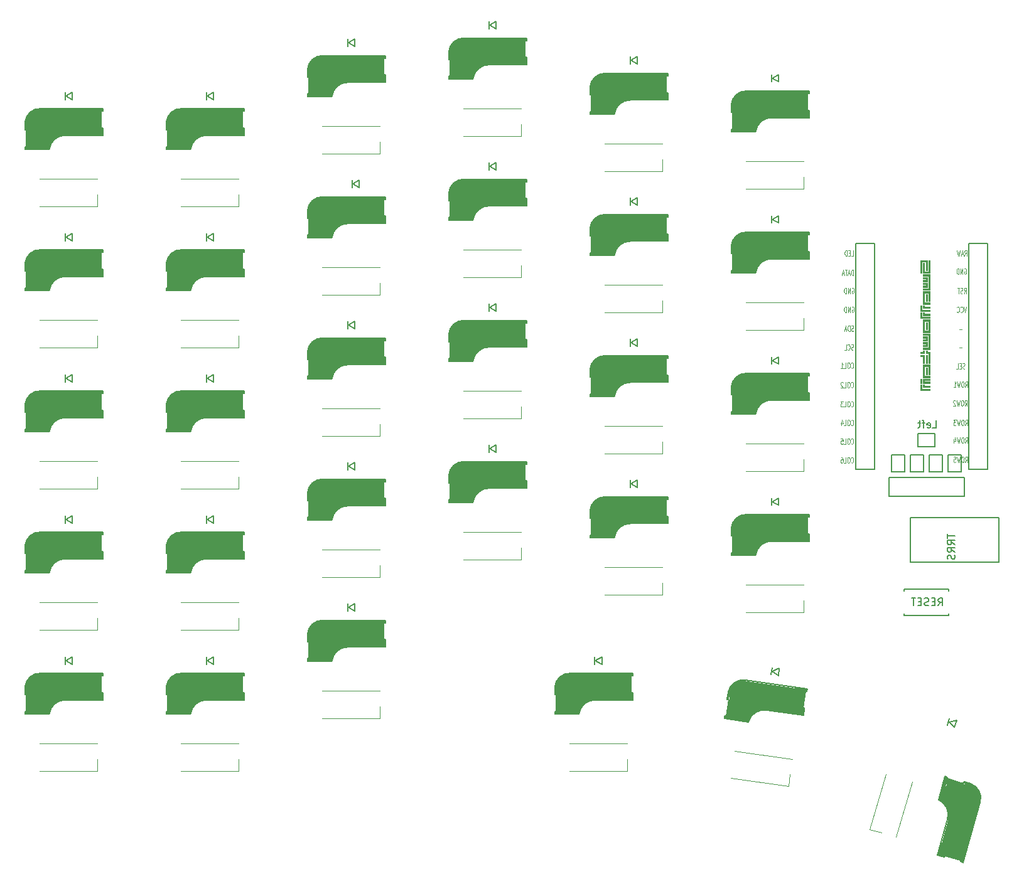
<source format=gbo>
G04 #@! TF.GenerationSoftware,KiCad,Pcbnew,5.1.10-88a1d61d58~88~ubuntu18.04.1*
G04 #@! TF.CreationDate,2021-07-03T13:59:34+09:00*
G04 #@! TF.ProjectId,swallowtail,7377616c-6c6f-4777-9461-696c2e6b6963,rev?*
G04 #@! TF.SameCoordinates,Original*
G04 #@! TF.FileFunction,Legend,Bot*
G04 #@! TF.FilePolarity,Positive*
%FSLAX46Y46*%
G04 Gerber Fmt 4.6, Leading zero omitted, Abs format (unit mm)*
G04 Created by KiCad (PCBNEW 5.1.10-88a1d61d58~88~ubuntu18.04.1) date 2021-07-03 13:59:34*
%MOMM*%
%LPD*%
G01*
G04 APERTURE LIST*
%ADD10C,0.150000*%
%ADD11C,0.010000*%
%ADD12C,0.120000*%
%ADD13C,0.300000*%
%ADD14C,0.800000*%
%ADD15C,3.000000*%
%ADD16C,0.500000*%
%ADD17C,1.000000*%
%ADD18C,3.500000*%
%ADD19C,0.400000*%
%ADD20C,0.125000*%
G04 APERTURE END LIST*
D10*
X162940476Y-103152380D02*
X163416666Y-103152380D01*
X163416666Y-102152380D01*
X162226190Y-103104761D02*
X162321428Y-103152380D01*
X162511904Y-103152380D01*
X162607142Y-103104761D01*
X162654761Y-103009523D01*
X162654761Y-102628571D01*
X162607142Y-102533333D01*
X162511904Y-102485714D01*
X162321428Y-102485714D01*
X162226190Y-102533333D01*
X162178571Y-102628571D01*
X162178571Y-102723809D01*
X162654761Y-102819047D01*
X161892857Y-102485714D02*
X161511904Y-102485714D01*
X161750000Y-103152380D02*
X161750000Y-102295238D01*
X161702380Y-102200000D01*
X161607142Y-102152380D01*
X161511904Y-102152380D01*
X161321428Y-102485714D02*
X160940476Y-102485714D01*
X161178571Y-102152380D02*
X161178571Y-103009523D01*
X161130952Y-103104761D01*
X161035714Y-103152380D01*
X160940476Y-103152380D01*
D11*
G04 #@! TO.C,G\u002A\u002A\u002A*
G36*
X162592430Y-82248750D02*
G01*
X162592430Y-80534250D01*
X162401930Y-80534250D01*
X162401930Y-82058250D01*
X161830430Y-82058250D01*
X161830430Y-80915250D01*
X161639930Y-80915250D01*
X161639930Y-82248750D01*
X162592430Y-82248750D01*
G37*
X162592430Y-82248750D02*
X162592430Y-80534250D01*
X162401930Y-80534250D01*
X162401930Y-82058250D01*
X161830430Y-82058250D01*
X161830430Y-80915250D01*
X161639930Y-80915250D01*
X161639930Y-82248750D01*
X162592430Y-82248750D01*
G36*
X162401930Y-82629750D02*
G01*
X162401930Y-84344250D01*
X161639930Y-84344250D01*
X161639930Y-84534750D01*
X162592430Y-84534750D01*
X162592430Y-82439250D01*
X161639930Y-82439250D01*
X161639930Y-82629750D01*
X162401930Y-82629750D01*
G37*
X162401930Y-82629750D02*
X162401930Y-84344250D01*
X161639930Y-84344250D01*
X161639930Y-84534750D01*
X162592430Y-84534750D01*
X162592430Y-82439250D01*
X161639930Y-82439250D01*
X161639930Y-82629750D01*
X162401930Y-82629750D01*
G36*
X162592430Y-86439750D02*
G01*
X162592430Y-86249250D01*
X161830430Y-86249250D01*
X161830430Y-84915750D01*
X162401930Y-84915750D01*
X162401930Y-86058750D01*
X162592430Y-86058750D01*
X162592430Y-84725250D01*
X161639930Y-84725250D01*
X161639930Y-86439750D01*
X162592430Y-86439750D01*
G37*
X162592430Y-86439750D02*
X162592430Y-86249250D01*
X161830430Y-86249250D01*
X161830430Y-84915750D01*
X162401930Y-84915750D01*
X162401930Y-86058750D01*
X162592430Y-86058750D01*
X162592430Y-84725250D01*
X161639930Y-84725250D01*
X161639930Y-86439750D01*
X162592430Y-86439750D01*
G36*
X162592430Y-87011250D02*
G01*
X162592430Y-86820750D01*
X161830430Y-86820750D01*
X161830430Y-86725500D01*
X161822562Y-86658034D01*
X161785452Y-86633168D01*
X161735180Y-86630250D01*
X161639930Y-86630250D01*
X161639930Y-87011250D01*
X162592430Y-87011250D01*
G37*
X162592430Y-87011250D02*
X162592430Y-86820750D01*
X161830430Y-86820750D01*
X161830430Y-86725500D01*
X161822562Y-86658034D01*
X161785452Y-86633168D01*
X161735180Y-86630250D01*
X161639930Y-86630250D01*
X161639930Y-87011250D01*
X162592430Y-87011250D01*
G36*
X162592430Y-87392250D02*
G01*
X162592430Y-87201750D01*
X161449430Y-87201750D01*
X161449430Y-86630250D01*
X161258930Y-86630250D01*
X161258930Y-87392250D01*
X162592430Y-87392250D01*
G37*
X162592430Y-87392250D02*
X162592430Y-87201750D01*
X161449430Y-87201750D01*
X161449430Y-86630250D01*
X161258930Y-86630250D01*
X161258930Y-87392250D01*
X162592430Y-87392250D01*
G36*
X162592430Y-87963750D02*
G01*
X162592430Y-87773250D01*
X161830430Y-87773250D01*
X161830430Y-87678000D01*
X161822562Y-87610534D01*
X161785452Y-87585668D01*
X161735180Y-87582750D01*
X161639930Y-87582750D01*
X161639930Y-87963750D01*
X162592430Y-87963750D01*
G37*
X162592430Y-87963750D02*
X162592430Y-87773250D01*
X161830430Y-87773250D01*
X161830430Y-87678000D01*
X161822562Y-87610534D01*
X161785452Y-87585668D01*
X161735180Y-87582750D01*
X161639930Y-87582750D01*
X161639930Y-87963750D01*
X162592430Y-87963750D01*
G36*
X162592430Y-88344750D02*
G01*
X162592430Y-88154250D01*
X161449430Y-88154250D01*
X161449430Y-87582750D01*
X161258930Y-87582750D01*
X161258930Y-88344750D01*
X162592430Y-88344750D01*
G37*
X162592430Y-88344750D02*
X162592430Y-88154250D01*
X161449430Y-88154250D01*
X161449430Y-87582750D01*
X161258930Y-87582750D01*
X161258930Y-88344750D01*
X162592430Y-88344750D01*
G36*
X162592430Y-90249750D02*
G01*
X162592430Y-88535250D01*
X161830430Y-88535250D01*
X161830430Y-88725750D01*
X162401930Y-88725750D01*
X162401930Y-90059250D01*
X161830430Y-90059250D01*
X161830430Y-88725750D01*
X161830430Y-88535250D01*
X161639930Y-88535250D01*
X161639930Y-90249750D01*
X162592430Y-90249750D01*
G37*
X162592430Y-90249750D02*
X162592430Y-88535250D01*
X161830430Y-88535250D01*
X161830430Y-88725750D01*
X162401930Y-88725750D01*
X162401930Y-90059250D01*
X161830430Y-90059250D01*
X161830430Y-88725750D01*
X161830430Y-88535250D01*
X161639930Y-88535250D01*
X161639930Y-90249750D01*
X162592430Y-90249750D01*
G36*
X162401930Y-90630750D02*
G01*
X162401930Y-92345250D01*
X161639930Y-92345250D01*
X161639930Y-92535750D01*
X162592430Y-92535750D01*
X162592430Y-90440250D01*
X161639930Y-90440250D01*
X161639930Y-90630750D01*
X162401930Y-90630750D01*
G37*
X162401930Y-90630750D02*
X162401930Y-92345250D01*
X161639930Y-92345250D01*
X161639930Y-92535750D01*
X162592430Y-92535750D01*
X162592430Y-90440250D01*
X161639930Y-90440250D01*
X161639930Y-90630750D01*
X162401930Y-90630750D01*
G36*
X162401930Y-93107250D02*
G01*
X162401930Y-94440750D01*
X162592430Y-94440750D01*
X162592430Y-92916750D01*
X162211430Y-92916750D01*
X162211430Y-92821500D01*
X162203562Y-92754034D01*
X162166452Y-92729168D01*
X162116180Y-92726250D01*
X162020930Y-92726250D01*
X162020930Y-93107250D01*
X162401930Y-93107250D01*
G37*
X162401930Y-93107250D02*
X162401930Y-94440750D01*
X162592430Y-94440750D01*
X162592430Y-92916750D01*
X162211430Y-92916750D01*
X162211430Y-92821500D01*
X162203562Y-92754034D01*
X162166452Y-92729168D01*
X162116180Y-92726250D01*
X162020930Y-92726250D01*
X162020930Y-93107250D01*
X162401930Y-93107250D01*
G36*
X162592430Y-96345750D02*
G01*
X162592430Y-96155250D01*
X161830430Y-96155250D01*
X161830430Y-94821750D01*
X162401930Y-94821750D01*
X162401930Y-95964750D01*
X162592430Y-95964750D01*
X162592430Y-94631250D01*
X161639930Y-94631250D01*
X161639930Y-96345750D01*
X162592430Y-96345750D01*
G37*
X162592430Y-96345750D02*
X162592430Y-96155250D01*
X161830430Y-96155250D01*
X161830430Y-94821750D01*
X162401930Y-94821750D01*
X162401930Y-95964750D01*
X162592430Y-95964750D01*
X162592430Y-94631250D01*
X161639930Y-94631250D01*
X161639930Y-96345750D01*
X162592430Y-96345750D01*
G36*
X162592430Y-97107750D02*
G01*
X162592430Y-96917250D01*
X161830430Y-96917250D01*
X161830430Y-96726750D01*
X162592430Y-96726750D01*
X162592430Y-96536250D01*
X161639930Y-96536250D01*
X161639930Y-97107750D01*
X162592430Y-97107750D01*
G37*
X162592430Y-97107750D02*
X162592430Y-96917250D01*
X161830430Y-96917250D01*
X161830430Y-96726750D01*
X162592430Y-96726750D01*
X162592430Y-96536250D01*
X161639930Y-96536250D01*
X161639930Y-97107750D01*
X162592430Y-97107750D01*
G36*
X162592430Y-97679250D02*
G01*
X162592430Y-97488750D01*
X161830430Y-97488750D01*
X161830430Y-97393500D01*
X161822562Y-97326034D01*
X161785452Y-97301168D01*
X161735180Y-97298250D01*
X161639930Y-97298250D01*
X161639930Y-97679250D01*
X162592430Y-97679250D01*
G37*
X162592430Y-97679250D02*
X162592430Y-97488750D01*
X161830430Y-97488750D01*
X161830430Y-97393500D01*
X161822562Y-97326034D01*
X161785452Y-97301168D01*
X161735180Y-97298250D01*
X161639930Y-97298250D01*
X161639930Y-97679250D01*
X162592430Y-97679250D01*
G36*
X162592430Y-98060250D02*
G01*
X162592430Y-97869750D01*
X161449430Y-97869750D01*
X161449430Y-97298250D01*
X161258930Y-97298250D01*
X161258930Y-98060250D01*
X162592430Y-98060250D01*
G37*
X162592430Y-98060250D02*
X162592430Y-97869750D01*
X161449430Y-97869750D01*
X161449430Y-97298250D01*
X161258930Y-97298250D01*
X161258930Y-98060250D01*
X162592430Y-98060250D01*
G36*
X161449430Y-82248750D02*
G01*
X161449430Y-80724750D01*
X162020930Y-80724750D01*
X162020930Y-81867750D01*
X162211430Y-81867750D01*
X162211430Y-80534250D01*
X161258930Y-80534250D01*
X161258930Y-82248750D01*
X161449430Y-82248750D01*
G37*
X161449430Y-82248750D02*
X161449430Y-80724750D01*
X162020930Y-80724750D01*
X162020930Y-81867750D01*
X162211430Y-81867750D01*
X162211430Y-80534250D01*
X161258930Y-80534250D01*
X161258930Y-82248750D01*
X161449430Y-82248750D01*
G36*
X162020930Y-83010750D02*
G01*
X162020930Y-83201250D01*
X161639930Y-83201250D01*
X161639930Y-83391750D01*
X162211430Y-83391750D01*
X162211430Y-82820250D01*
X161639930Y-82820250D01*
X161639930Y-83010750D01*
X162020930Y-83010750D01*
G37*
X162020930Y-83010750D02*
X162020930Y-83201250D01*
X161639930Y-83201250D01*
X161639930Y-83391750D01*
X162211430Y-83391750D01*
X162211430Y-82820250D01*
X161639930Y-82820250D01*
X161639930Y-83010750D01*
X162020930Y-83010750D01*
G36*
X162020930Y-83772750D02*
G01*
X162020930Y-83963250D01*
X161639930Y-83963250D01*
X161639930Y-84153750D01*
X162211430Y-84153750D01*
X162211430Y-83582250D01*
X161639930Y-83582250D01*
X161639930Y-83772750D01*
X162020930Y-83772750D01*
G37*
X162020930Y-83772750D02*
X162020930Y-83963250D01*
X161639930Y-83963250D01*
X161639930Y-84153750D01*
X162211430Y-84153750D01*
X162211430Y-83582250D01*
X161639930Y-83582250D01*
X161639930Y-83772750D01*
X162020930Y-83772750D01*
G36*
X162211430Y-86058750D02*
G01*
X162211430Y-85106250D01*
X162020930Y-85106250D01*
X162020930Y-86058750D01*
X162211430Y-86058750D01*
G37*
X162211430Y-86058750D02*
X162211430Y-85106250D01*
X162020930Y-85106250D01*
X162020930Y-86058750D01*
X162211430Y-86058750D01*
G36*
X162020930Y-91011750D02*
G01*
X162020930Y-91202250D01*
X161639930Y-91202250D01*
X161639930Y-91392750D01*
X162211430Y-91392750D01*
X162211430Y-90821250D01*
X161639930Y-90821250D01*
X161639930Y-91011750D01*
X162020930Y-91011750D01*
G37*
X162020930Y-91011750D02*
X162020930Y-91202250D01*
X161639930Y-91202250D01*
X161639930Y-91392750D01*
X162211430Y-91392750D01*
X162211430Y-90821250D01*
X161639930Y-90821250D01*
X161639930Y-91011750D01*
X162020930Y-91011750D01*
G36*
X162020930Y-91773750D02*
G01*
X162020930Y-91964250D01*
X161639930Y-91964250D01*
X161639930Y-92154750D01*
X162211430Y-92154750D01*
X162211430Y-91583250D01*
X161639930Y-91583250D01*
X161639930Y-91773750D01*
X162020930Y-91773750D01*
G37*
X162020930Y-91773750D02*
X162020930Y-91964250D01*
X161639930Y-91964250D01*
X161639930Y-92154750D01*
X162211430Y-92154750D01*
X162211430Y-91583250D01*
X161639930Y-91583250D01*
X161639930Y-91773750D01*
X162020930Y-91773750D01*
G36*
X162211430Y-94440750D02*
G01*
X162211430Y-93297750D01*
X162020930Y-93297750D01*
X162020930Y-94440750D01*
X162211430Y-94440750D01*
G37*
X162211430Y-94440750D02*
X162211430Y-93297750D01*
X162020930Y-93297750D01*
X162020930Y-94440750D01*
X162211430Y-94440750D01*
G36*
X162211430Y-95964750D02*
G01*
X162211430Y-95012250D01*
X162020930Y-95012250D01*
X162020930Y-95964750D01*
X162211430Y-95964750D01*
G37*
X162211430Y-95964750D02*
X162211430Y-95012250D01*
X162020930Y-95012250D01*
X162020930Y-95964750D01*
X162211430Y-95964750D01*
G36*
X161830430Y-93107250D02*
G01*
X161830430Y-92726250D01*
X161735180Y-92726250D01*
X161667714Y-92734117D01*
X161642848Y-92771227D01*
X161639930Y-92821500D01*
X161639930Y-92916750D01*
X161258930Y-92916750D01*
X161258930Y-93107250D01*
X161830430Y-93107250D01*
G37*
X161830430Y-93107250D02*
X161830430Y-92726250D01*
X161735180Y-92726250D01*
X161667714Y-92734117D01*
X161642848Y-92771227D01*
X161639930Y-92821500D01*
X161639930Y-92916750D01*
X161258930Y-92916750D01*
X161258930Y-93107250D01*
X161830430Y-93107250D01*
G36*
X161639930Y-93488250D02*
G01*
X161639930Y-94440750D01*
X161830430Y-94440750D01*
X161830430Y-93297750D01*
X161258930Y-93297750D01*
X161258930Y-93488250D01*
X161639930Y-93488250D01*
G37*
X161639930Y-93488250D02*
X161639930Y-94440750D01*
X161830430Y-94440750D01*
X161830430Y-93297750D01*
X161258930Y-93297750D01*
X161258930Y-93488250D01*
X161639930Y-93488250D01*
G36*
X161449430Y-97107750D02*
G01*
X161449430Y-96536250D01*
X161258930Y-96536250D01*
X161258930Y-97107750D01*
X161449430Y-97107750D01*
G37*
X161449430Y-97107750D02*
X161449430Y-96536250D01*
X161258930Y-96536250D01*
X161258930Y-97107750D01*
X161449430Y-97107750D01*
G36*
X162211430Y-89868750D02*
G01*
X162211430Y-88916250D01*
X162020930Y-88916250D01*
X162020930Y-89868750D01*
X162211430Y-89868750D01*
G37*
X162211430Y-89868750D02*
X162211430Y-88916250D01*
X162020930Y-88916250D01*
X162020930Y-89868750D01*
X162211430Y-89868750D01*
D12*
G04 #@! TO.C,LED1*
X145584970Y-69306540D02*
X145584970Y-70906540D01*
X145584970Y-70906540D02*
X137784970Y-70906540D01*
X137784970Y-67206540D02*
X145584970Y-67206540D01*
G04 #@! TO.C,LED2*
X126534890Y-66925280D02*
X126534890Y-68525280D01*
X126534890Y-68525280D02*
X118734890Y-68525280D01*
X118734890Y-64825280D02*
X126534890Y-64825280D01*
G04 #@! TO.C,LED3*
X107484810Y-62162760D02*
X107484810Y-63762760D01*
X107484810Y-63762760D02*
X99684810Y-63762760D01*
X99684810Y-60062760D02*
X107484810Y-60062760D01*
G04 #@! TO.C,LED4*
X88434730Y-64544020D02*
X88434730Y-66144020D01*
X88434730Y-66144020D02*
X80634730Y-66144020D01*
X80634730Y-62444020D02*
X88434730Y-62444020D01*
G04 #@! TO.C,LED5*
X69384650Y-71687800D02*
X69384650Y-73287800D01*
X69384650Y-73287800D02*
X61584650Y-73287800D01*
X61584650Y-69587800D02*
X69384650Y-69587800D01*
G04 #@! TO.C,LED6*
X50334570Y-71687800D02*
X50334570Y-73287800D01*
X50334570Y-73287800D02*
X42534570Y-73287800D01*
X42534570Y-69587800D02*
X50334570Y-69587800D01*
G04 #@! TO.C,LED7*
X50334570Y-90737880D02*
X50334570Y-92337880D01*
X50334570Y-92337880D02*
X42534570Y-92337880D01*
X42534570Y-88637880D02*
X50334570Y-88637880D01*
G04 #@! TO.C,LED8*
X69384650Y-90737880D02*
X69384650Y-92337880D01*
X69384650Y-92337880D02*
X61584650Y-92337880D01*
X61584650Y-88637880D02*
X69384650Y-88637880D01*
G04 #@! TO.C,LED9*
X88434730Y-83594100D02*
X88434730Y-85194100D01*
X88434730Y-85194100D02*
X80634730Y-85194100D01*
X80634730Y-81494100D02*
X88434730Y-81494100D01*
G04 #@! TO.C,LED10*
X107484810Y-81212840D02*
X107484810Y-82812840D01*
X107484810Y-82812840D02*
X99684810Y-82812840D01*
X99684810Y-79112840D02*
X107484810Y-79112840D01*
G04 #@! TO.C,LED11*
X126534890Y-85975360D02*
X126534890Y-87575360D01*
X126534890Y-87575360D02*
X118734890Y-87575360D01*
X118734890Y-83875360D02*
X126534890Y-83875360D01*
G04 #@! TO.C,LED12*
X145584970Y-88356620D02*
X145584970Y-89956620D01*
X145584970Y-89956620D02*
X137784970Y-89956620D01*
X137784970Y-86256620D02*
X145584970Y-86256620D01*
G04 #@! TO.C,LED13*
X145584970Y-107406700D02*
X145584970Y-109006700D01*
X145584970Y-109006700D02*
X137784970Y-109006700D01*
X137784970Y-105306700D02*
X145584970Y-105306700D01*
G04 #@! TO.C,LED14*
X126534890Y-105025440D02*
X126534890Y-106625440D01*
X126534890Y-106625440D02*
X118734890Y-106625440D01*
X118734890Y-102925440D02*
X126534890Y-102925440D01*
G04 #@! TO.C,LED15*
X107484810Y-100262920D02*
X107484810Y-101862920D01*
X107484810Y-101862920D02*
X99684810Y-101862920D01*
X99684810Y-98162920D02*
X107484810Y-98162920D01*
G04 #@! TO.C,LED16*
X88434730Y-102644180D02*
X88434730Y-104244180D01*
X88434730Y-104244180D02*
X80634730Y-104244180D01*
X80634730Y-100544180D02*
X88434730Y-100544180D01*
G04 #@! TO.C,LED17*
X69384650Y-109787960D02*
X69384650Y-111387960D01*
X69384650Y-111387960D02*
X61584650Y-111387960D01*
X61584650Y-107687960D02*
X69384650Y-107687960D01*
G04 #@! TO.C,LED18*
X50334570Y-109787960D02*
X50334570Y-111387960D01*
X50334570Y-111387960D02*
X42534570Y-111387960D01*
X42534570Y-107687960D02*
X50334570Y-107687960D01*
G04 #@! TO.C,LED19*
X50334570Y-128838040D02*
X50334570Y-130438040D01*
X50334570Y-130438040D02*
X42534570Y-130438040D01*
X42534570Y-126738040D02*
X50334570Y-126738040D01*
G04 #@! TO.C,LED20*
X69384650Y-128838040D02*
X69384650Y-130438040D01*
X69384650Y-130438040D02*
X61584650Y-130438040D01*
X61584650Y-126738040D02*
X69384650Y-126738040D01*
G04 #@! TO.C,LED21*
X88434730Y-121694260D02*
X88434730Y-123294260D01*
X88434730Y-123294260D02*
X80634730Y-123294260D01*
X80634730Y-119594260D02*
X88434730Y-119594260D01*
G04 #@! TO.C,LED22*
X107484810Y-119313000D02*
X107484810Y-120913000D01*
X107484810Y-120913000D02*
X99684810Y-120913000D01*
X99684810Y-117213000D02*
X107484810Y-117213000D01*
G04 #@! TO.C,LED23*
X126534890Y-124075520D02*
X126534890Y-125675520D01*
X126534890Y-125675520D02*
X118734890Y-125675520D01*
X118734890Y-121975520D02*
X126534890Y-121975520D01*
G04 #@! TO.C,LED24*
X145584970Y-126456780D02*
X145584970Y-128056780D01*
X145584970Y-128056780D02*
X137784970Y-128056780D01*
X137784970Y-124356780D02*
X145584970Y-124356780D01*
G04 #@! TO.C,LED25*
X156009699Y-157805011D02*
X154471680Y-157363992D01*
X154471680Y-157363992D02*
X156621652Y-149866150D01*
X160178320Y-150886008D02*
X158028348Y-158383850D01*
G04 #@! TO.C,LED26*
X143697910Y-149904880D02*
X143475233Y-151489309D01*
X143475233Y-151489309D02*
X135751142Y-150403759D01*
X136266083Y-146739767D02*
X143990174Y-147825317D01*
G04 #@! TO.C,LED27*
X121772370Y-147888120D02*
X121772370Y-149488120D01*
X121772370Y-149488120D02*
X113972370Y-149488120D01*
X113972370Y-145788120D02*
X121772370Y-145788120D01*
G04 #@! TO.C,LED28*
X88434730Y-140744340D02*
X88434730Y-142344340D01*
X88434730Y-142344340D02*
X80634730Y-142344340D01*
X80634730Y-138644340D02*
X88434730Y-138644340D01*
G04 #@! TO.C,LED29*
X69384650Y-147888120D02*
X69384650Y-149488120D01*
X69384650Y-149488120D02*
X61584650Y-149488120D01*
X61584650Y-145788120D02*
X69384650Y-145788120D01*
G04 #@! TO.C,LED30*
X50334570Y-147888120D02*
X50334570Y-149488120D01*
X50334570Y-149488120D02*
X42534570Y-149488120D01*
X42534570Y-145788120D02*
X50334570Y-145788120D01*
D13*
G04 #@! TO.C,SW6*
X135884385Y-60493764D02*
X135884385Y-59593765D01*
D14*
X136384385Y-62693765D02*
X136384385Y-60893766D01*
D15*
X137514385Y-59193765D02*
X137514385Y-61433765D01*
D16*
X145984385Y-60993765D02*
X144584385Y-60993765D01*
D17*
X145584385Y-58293765D02*
X145584385Y-60793765D01*
D18*
X144284385Y-59493765D02*
X137584385Y-59493765D01*
D10*
X146284385Y-61293765D02*
X146284385Y-60293765D01*
X146284385Y-60293765D02*
X146084385Y-60293765D01*
X146064385Y-60293765D02*
X146064385Y-58043765D01*
X146084385Y-58043765D02*
X146284385Y-58043765D01*
X135784385Y-60593765D02*
X135984385Y-60593765D01*
X136014385Y-60593765D02*
X136014385Y-62833765D01*
X135984385Y-62833765D02*
X135784385Y-62833765D01*
X135784385Y-63193765D02*
X135784385Y-62833765D01*
X135784385Y-59593765D02*
X135784385Y-60593765D01*
X135784385Y-63193765D02*
X139064385Y-63193765D01*
X141284385Y-61293765D02*
X146284385Y-61293765D01*
X146284385Y-57693765D02*
X137884384Y-57693765D01*
X146284385Y-58043765D02*
X146284385Y-57693765D01*
D16*
X135984385Y-62993765D02*
X138684385Y-62993765D01*
D19*
X146084385Y-57893765D02*
X144684385Y-57893765D01*
X146084385Y-60393765D02*
X146084385Y-61093765D01*
D10*
X139068067Y-63172294D02*
G75*
G02*
X141284385Y-61293765I2151318J-291471D01*
G01*
X135784385Y-59593766D02*
G75*
G02*
X137884384Y-57693765I2000000J-99999D01*
G01*
D17*
X138668067Y-62772294D02*
G75*
G02*
X140884385Y-60893765I2151318J-291471D01*
G01*
D13*
G04 #@! TO.C,SW29*
X135335688Y-139718291D02*
X135460944Y-138827051D01*
D14*
X135524641Y-141966469D02*
X135775153Y-140183987D01*
D15*
X137130750Y-138657796D02*
X136819002Y-140875996D01*
D16*
X145267809Y-141619075D02*
X143881434Y-141424232D01*
D17*
X145247469Y-138889682D02*
X144899536Y-141365352D01*
D18*
X143793113Y-139897078D02*
X137158317Y-138964619D01*
D10*
X145523137Y-141957907D02*
X145662311Y-140967639D01*
X145662311Y-140967639D02*
X145464257Y-140939804D01*
X145444452Y-140937021D02*
X145757591Y-138708918D01*
X145777396Y-138711701D02*
X145975450Y-138739536D01*
X135222744Y-139803402D02*
X135420797Y-139831236D01*
X135450506Y-139835412D02*
X135138758Y-142053612D01*
X135109050Y-142049437D02*
X134910996Y-142021602D01*
X134860894Y-142378099D02*
X134910996Y-142021602D01*
X135361917Y-138813134D02*
X135222744Y-139803402D01*
X134860894Y-142378099D02*
X138108973Y-142834587D01*
X140571797Y-141262042D02*
X145523137Y-141957907D01*
X146024161Y-138392942D02*
X137705908Y-137223888D01*
X145975450Y-138739536D02*
X146024161Y-138392942D01*
D16*
X135086782Y-142207880D02*
X137760506Y-142583647D01*
D19*
X145798272Y-138563161D02*
X144411897Y-138368319D01*
X145450340Y-141038831D02*
X145352918Y-141732019D01*
D10*
X138115607Y-142813837D02*
G75*
G02*
X140571797Y-141262042I2089817J-588040D01*
G01*
X135361917Y-138813135D02*
G75*
G02*
X137705908Y-137223888I1966619J-377372D01*
G01*
D17*
X137775168Y-142362061D02*
G75*
G02*
X140231359Y-140810265I2089818J-588040D01*
G01*
D10*
G04 #@! TO.C,D29*
X142135853Y-136599971D02*
X142275027Y-135609703D01*
X142275027Y-135609703D02*
X141314199Y-135979581D01*
X141314199Y-135979581D02*
X142135853Y-136599971D01*
X141145585Y-136460797D02*
X141284759Y-135470529D01*
G04 #@! TO.C,D23*
X123134385Y-111228140D02*
X123134385Y-110228140D01*
X123134385Y-110228140D02*
X122234385Y-110728140D01*
X122234385Y-110728140D02*
X123134385Y-111228140D01*
X122134385Y-111228140D02*
X122134385Y-110228140D01*
D13*
G04 #@! TO.C,SW19*
X40634385Y-120025024D02*
X40634385Y-119125025D01*
D14*
X41134385Y-122225025D02*
X41134385Y-120425026D01*
D15*
X42264385Y-118725025D02*
X42264385Y-120965025D01*
D16*
X50734385Y-120525025D02*
X49334385Y-120525025D01*
D17*
X50334385Y-117825025D02*
X50334385Y-120325025D01*
D18*
X49034385Y-119025025D02*
X42334385Y-119025025D01*
D10*
X51034385Y-120825025D02*
X51034385Y-119825025D01*
X51034385Y-119825025D02*
X50834385Y-119825025D01*
X50814385Y-119825025D02*
X50814385Y-117575025D01*
X50834385Y-117575025D02*
X51034385Y-117575025D01*
X40534385Y-120125025D02*
X40734385Y-120125025D01*
X40764385Y-120125025D02*
X40764385Y-122365025D01*
X40734385Y-122365025D02*
X40534385Y-122365025D01*
X40534385Y-122725025D02*
X40534385Y-122365025D01*
X40534385Y-119125025D02*
X40534385Y-120125025D01*
X40534385Y-122725025D02*
X43814385Y-122725025D01*
X46034385Y-120825025D02*
X51034385Y-120825025D01*
X51034385Y-117225025D02*
X42634384Y-117225025D01*
X51034385Y-117575025D02*
X51034385Y-117225025D01*
D16*
X40734385Y-122525025D02*
X43434385Y-122525025D01*
D19*
X50834385Y-117425025D02*
X49434385Y-117425025D01*
X50834385Y-119925025D02*
X50834385Y-120625025D01*
D10*
X43818067Y-122703554D02*
G75*
G02*
X46034385Y-120825025I2151318J-291471D01*
G01*
X40534385Y-119125026D02*
G75*
G02*
X42634384Y-117225025I2000000J-99999D01*
G01*
D17*
X43418067Y-122303554D02*
G75*
G02*
X45634385Y-120425025I2151318J-291471D01*
G01*
D13*
G04 #@! TO.C,SW20*
X59684385Y-120025024D02*
X59684385Y-119125025D01*
D14*
X60184385Y-122225025D02*
X60184385Y-120425026D01*
D15*
X61314385Y-118725025D02*
X61314385Y-120965025D01*
D16*
X69784385Y-120525025D02*
X68384385Y-120525025D01*
D17*
X69384385Y-117825025D02*
X69384385Y-120325025D01*
D18*
X68084385Y-119025025D02*
X61384385Y-119025025D01*
D10*
X70084385Y-120825025D02*
X70084385Y-119825025D01*
X70084385Y-119825025D02*
X69884385Y-119825025D01*
X69864385Y-119825025D02*
X69864385Y-117575025D01*
X69884385Y-117575025D02*
X70084385Y-117575025D01*
X59584385Y-120125025D02*
X59784385Y-120125025D01*
X59814385Y-120125025D02*
X59814385Y-122365025D01*
X59784385Y-122365025D02*
X59584385Y-122365025D01*
X59584385Y-122725025D02*
X59584385Y-122365025D01*
X59584385Y-119125025D02*
X59584385Y-120125025D01*
X59584385Y-122725025D02*
X62864385Y-122725025D01*
X65084385Y-120825025D02*
X70084385Y-120825025D01*
X70084385Y-117225025D02*
X61684384Y-117225025D01*
X70084385Y-117575025D02*
X70084385Y-117225025D01*
D16*
X59784385Y-122525025D02*
X62484385Y-122525025D01*
D19*
X69884385Y-117425025D02*
X68484385Y-117425025D01*
X69884385Y-119925025D02*
X69884385Y-120625025D01*
D10*
X62868067Y-122703554D02*
G75*
G02*
X65084385Y-120825025I2151318J-291471D01*
G01*
X59584385Y-119125026D02*
G75*
G02*
X61684384Y-117225025I2000000J-99999D01*
G01*
D17*
X62468067Y-122303554D02*
G75*
G02*
X64684385Y-120425025I2151318J-291471D01*
G01*
D13*
G04 #@! TO.C,SW24*
X135884385Y-117643764D02*
X135884385Y-116743765D01*
D14*
X136384385Y-119843765D02*
X136384385Y-118043766D01*
D15*
X137514385Y-116343765D02*
X137514385Y-118583765D01*
D16*
X145984385Y-118143765D02*
X144584385Y-118143765D01*
D17*
X145584385Y-115443765D02*
X145584385Y-117943765D01*
D18*
X144284385Y-116643765D02*
X137584385Y-116643765D01*
D10*
X146284385Y-118443765D02*
X146284385Y-117443765D01*
X146284385Y-117443765D02*
X146084385Y-117443765D01*
X146064385Y-117443765D02*
X146064385Y-115193765D01*
X146084385Y-115193765D02*
X146284385Y-115193765D01*
X135784385Y-117743765D02*
X135984385Y-117743765D01*
X136014385Y-117743765D02*
X136014385Y-119983765D01*
X135984385Y-119983765D02*
X135784385Y-119983765D01*
X135784385Y-120343765D02*
X135784385Y-119983765D01*
X135784385Y-116743765D02*
X135784385Y-117743765D01*
X135784385Y-120343765D02*
X139064385Y-120343765D01*
X141284385Y-118443765D02*
X146284385Y-118443765D01*
X146284385Y-114843765D02*
X137884384Y-114843765D01*
X146284385Y-115193765D02*
X146284385Y-114843765D01*
D16*
X135984385Y-120143765D02*
X138684385Y-120143765D01*
D19*
X146084385Y-115043765D02*
X144684385Y-115043765D01*
X146084385Y-117543765D02*
X146084385Y-118243765D01*
D10*
X139068067Y-120322294D02*
G75*
G02*
X141284385Y-118443765I2151318J-291471D01*
G01*
X135784385Y-116743766D02*
G75*
G02*
X137884384Y-114843765I2000000J-99999D01*
G01*
D17*
X138668067Y-119922294D02*
G75*
G02*
X140884385Y-118043765I2151318J-291471D01*
G01*
D10*
G04 #@! TO.C,D1*
X46934385Y-58840650D02*
X46934385Y-57840650D01*
X46934385Y-57840650D02*
X46034385Y-58340650D01*
X46034385Y-58340650D02*
X46934385Y-58840650D01*
X45934385Y-58840650D02*
X45934385Y-57840650D01*
G04 #@! TO.C,D2*
X65984385Y-58840650D02*
X65984385Y-57840650D01*
X65984385Y-57840650D02*
X65084385Y-58340650D01*
X65084385Y-58340650D02*
X65984385Y-58840650D01*
X64984385Y-58840650D02*
X64984385Y-57840650D01*
G04 #@! TO.C,D3*
X85034385Y-51696890D02*
X85034385Y-50696890D01*
X85034385Y-50696890D02*
X84134385Y-51196890D01*
X84134385Y-51196890D02*
X85034385Y-51696890D01*
X84034385Y-51696890D02*
X84034385Y-50696890D01*
G04 #@! TO.C,D4*
X104084385Y-49315640D02*
X104084385Y-48315640D01*
X104084385Y-48315640D02*
X103184385Y-48815640D01*
X103184385Y-48815640D02*
X104084385Y-49315640D01*
X103084385Y-49315640D02*
X103084385Y-48315640D01*
G04 #@! TO.C,D5*
X123134385Y-54078140D02*
X123134385Y-53078140D01*
X123134385Y-53078140D02*
X122234385Y-53578140D01*
X122234385Y-53578140D02*
X123134385Y-54078140D01*
X122134385Y-54078140D02*
X122134385Y-53078140D01*
G04 #@! TO.C,D6*
X142184385Y-56459390D02*
X142184385Y-55459390D01*
X142184385Y-55459390D02*
X141284385Y-55959390D01*
X141284385Y-55959390D02*
X142184385Y-56459390D01*
X141184385Y-56459390D02*
X141184385Y-55459390D01*
G04 #@! TO.C,D7*
X46934385Y-77890650D02*
X46934385Y-76890650D01*
X46934385Y-76890650D02*
X46034385Y-77390650D01*
X46034385Y-77390650D02*
X46934385Y-77890650D01*
X45934385Y-77890650D02*
X45934385Y-76890650D01*
G04 #@! TO.C,D8*
X65984385Y-77890650D02*
X65984385Y-76890650D01*
X65984385Y-76890650D02*
X65084385Y-77390650D01*
X65084385Y-77390650D02*
X65984385Y-77890650D01*
X64984385Y-77890650D02*
X64984385Y-76890650D01*
G04 #@! TO.C,D9*
X85640635Y-70746890D02*
X85640635Y-69746890D01*
X85640635Y-69746890D02*
X84740635Y-70246890D01*
X84740635Y-70246890D02*
X85640635Y-70746890D01*
X84640635Y-70746890D02*
X84640635Y-69746890D01*
G04 #@! TO.C,D10*
X104084385Y-68365640D02*
X104084385Y-67365640D01*
X104084385Y-67365640D02*
X103184385Y-67865640D01*
X103184385Y-67865640D02*
X104084385Y-68365640D01*
X103084385Y-68365640D02*
X103084385Y-67365640D01*
G04 #@! TO.C,D11*
X123134385Y-73128140D02*
X123134385Y-72128140D01*
X123134385Y-72128140D02*
X122234385Y-72628140D01*
X122234385Y-72628140D02*
X123134385Y-73128140D01*
X122134385Y-73128140D02*
X122134385Y-72128140D01*
G04 #@! TO.C,D12*
X142184385Y-75509390D02*
X142184385Y-74509390D01*
X142184385Y-74509390D02*
X141284385Y-75009390D01*
X141284385Y-75009390D02*
X142184385Y-75509390D01*
X141184385Y-75509390D02*
X141184385Y-74509390D01*
G04 #@! TO.C,D13*
X46934385Y-96940650D02*
X46934385Y-95940650D01*
X46934385Y-95940650D02*
X46034385Y-96440650D01*
X46034385Y-96440650D02*
X46934385Y-96940650D01*
X45934385Y-96940650D02*
X45934385Y-95940650D01*
G04 #@! TO.C,D14*
X65984385Y-96940650D02*
X65984385Y-95940650D01*
X65984385Y-95940650D02*
X65084385Y-96440650D01*
X65084385Y-96440650D02*
X65984385Y-96940650D01*
X64984385Y-96940650D02*
X64984385Y-95940650D01*
G04 #@! TO.C,D15*
X85034385Y-89796890D02*
X85034385Y-88796890D01*
X85034385Y-88796890D02*
X84134385Y-89296890D01*
X84134385Y-89296890D02*
X85034385Y-89796890D01*
X84034385Y-89796890D02*
X84034385Y-88796890D01*
G04 #@! TO.C,D16*
X104084385Y-87415640D02*
X104084385Y-86415640D01*
X104084385Y-86415640D02*
X103184385Y-86915640D01*
X103184385Y-86915640D02*
X104084385Y-87415640D01*
X103084385Y-87415640D02*
X103084385Y-86415640D01*
G04 #@! TO.C,D17*
X123134385Y-92178140D02*
X123134385Y-91178140D01*
X123134385Y-91178140D02*
X122234385Y-91678140D01*
X122234385Y-91678140D02*
X123134385Y-92178140D01*
X122134385Y-92178140D02*
X122134385Y-91178140D01*
G04 #@! TO.C,D18*
X142184385Y-94559390D02*
X142184385Y-93559390D01*
X142184385Y-93559390D02*
X141284385Y-94059390D01*
X141284385Y-94059390D02*
X142184385Y-94559390D01*
X141184385Y-94559390D02*
X141184385Y-93559390D01*
G04 #@! TO.C,D19*
X46934385Y-115990650D02*
X46934385Y-114990650D01*
X46934385Y-114990650D02*
X46034385Y-115490650D01*
X46034385Y-115490650D02*
X46934385Y-115990650D01*
X45934385Y-115990650D02*
X45934385Y-114990650D01*
G04 #@! TO.C,D20*
X65984385Y-115990650D02*
X65984385Y-114990650D01*
X65984385Y-114990650D02*
X65084385Y-115490650D01*
X65084385Y-115490650D02*
X65984385Y-115990650D01*
X64984385Y-115990650D02*
X64984385Y-114990650D01*
G04 #@! TO.C,D21*
X85034385Y-108846890D02*
X85034385Y-107846890D01*
X85034385Y-107846890D02*
X84134385Y-108346890D01*
X84134385Y-108346890D02*
X85034385Y-108846890D01*
X84034385Y-108846890D02*
X84034385Y-107846890D01*
G04 #@! TO.C,D22*
X104084385Y-106465640D02*
X104084385Y-105465640D01*
X104084385Y-105465640D02*
X103184385Y-105965640D01*
X103184385Y-105965640D02*
X104084385Y-106465640D01*
X103084385Y-106465640D02*
X103084385Y-105465640D01*
G04 #@! TO.C,D24*
X142184385Y-113609390D02*
X142184385Y-112609390D01*
X142184385Y-112609390D02*
X141284385Y-113109390D01*
X141284385Y-113109390D02*
X142184385Y-113609390D01*
X141184385Y-113609390D02*
X141184385Y-112609390D01*
G04 #@! TO.C,D25*
X46934385Y-135040650D02*
X46934385Y-134040650D01*
X46934385Y-134040650D02*
X46034385Y-134540650D01*
X46034385Y-134540650D02*
X46934385Y-135040650D01*
X45934385Y-135040650D02*
X45934385Y-134040650D01*
G04 #@! TO.C,D26*
X65984385Y-135040650D02*
X65984385Y-134040650D01*
X65984385Y-134040650D02*
X65084385Y-134540650D01*
X65084385Y-134540650D02*
X65984385Y-135040650D01*
X64984385Y-135040650D02*
X64984385Y-134040650D01*
G04 #@! TO.C,D27*
X85034385Y-127896890D02*
X85034385Y-126896890D01*
X85034385Y-126896890D02*
X84134385Y-127396890D01*
X84134385Y-127396890D02*
X85034385Y-127896890D01*
X84034385Y-127896890D02*
X84034385Y-126896890D01*
G04 #@! TO.C,D28*
X118376385Y-135041640D02*
X118376385Y-134041640D01*
X118376385Y-134041640D02*
X117476385Y-134541640D01*
X117476385Y-134541640D02*
X118376385Y-135041640D01*
X117376385Y-135041640D02*
X117376385Y-134041640D01*
G04 #@! TO.C,D30*
X165887185Y-143585191D02*
X166162823Y-142623929D01*
X166162823Y-142623929D02*
X165159868Y-142856486D01*
X165159868Y-142856486D02*
X165887185Y-143585191D01*
X164925923Y-143309553D02*
X165201561Y-142348291D01*
D13*
G04 #@! TO.C,SW4*
X97784385Y-53350014D02*
X97784385Y-52450015D01*
D14*
X98284385Y-55550015D02*
X98284385Y-53750016D01*
D15*
X99414385Y-52050015D02*
X99414385Y-54290015D01*
D16*
X107884385Y-53850015D02*
X106484385Y-53850015D01*
D17*
X107484385Y-51150015D02*
X107484385Y-53650015D01*
D18*
X106184385Y-52350015D02*
X99484385Y-52350015D01*
D10*
X108184385Y-54150015D02*
X108184385Y-53150015D01*
X108184385Y-53150015D02*
X107984385Y-53150015D01*
X107964385Y-53150015D02*
X107964385Y-50900015D01*
X107984385Y-50900015D02*
X108184385Y-50900015D01*
X97684385Y-53450015D02*
X97884385Y-53450015D01*
X97914385Y-53450015D02*
X97914385Y-55690015D01*
X97884385Y-55690015D02*
X97684385Y-55690015D01*
X97684385Y-56050015D02*
X97684385Y-55690015D01*
X97684385Y-52450015D02*
X97684385Y-53450015D01*
X97684385Y-56050015D02*
X100964385Y-56050015D01*
X103184385Y-54150015D02*
X108184385Y-54150015D01*
X108184385Y-50550015D02*
X99784384Y-50550015D01*
X108184385Y-50900015D02*
X108184385Y-50550015D01*
D16*
X97884385Y-55850015D02*
X100584385Y-55850015D01*
D19*
X107984385Y-50750015D02*
X106584385Y-50750015D01*
X107984385Y-53250015D02*
X107984385Y-53950015D01*
D10*
X100968067Y-56028544D02*
G75*
G02*
X103184385Y-54150015I2151318J-291471D01*
G01*
X97684385Y-52450016D02*
G75*
G02*
X99784384Y-50550015I2000000J-99999D01*
G01*
D17*
X100568067Y-55628544D02*
G75*
G02*
X102784385Y-53750015I2151318J-291471D01*
G01*
D13*
G04 #@! TO.C,SW30*
X167185877Y-151028369D02*
X168051012Y-151276443D01*
D14*
X164933282Y-150902598D02*
X166663552Y-151398745D01*
D15*
X167986227Y-152953554D02*
X165833001Y-152336127D01*
D16*
X163921308Y-160599294D02*
X164307200Y-159253527D01*
D17*
X166626969Y-160959010D02*
X164223815Y-160269916D01*
D18*
X165831784Y-159378605D02*
X167678554Y-152938151D01*
D10*
X163550238Y-160804981D02*
X164511500Y-161080618D01*
X164511500Y-161080618D02*
X164566627Y-160888366D01*
X164572140Y-160869141D02*
X166734979Y-161489325D01*
X166729466Y-161508550D02*
X166674339Y-161700802D01*
X167117314Y-150904679D02*
X167062186Y-151096932D01*
X167053917Y-151125769D02*
X164900691Y-150508342D01*
X164908960Y-150479504D02*
X164964087Y-150287252D01*
X164618033Y-150188022D02*
X164964087Y-150287252D01*
X168078575Y-151180317D02*
X167117314Y-150904679D01*
X164618033Y-150188022D02*
X163713943Y-153340960D01*
X164928425Y-155998672D02*
X163550238Y-160804981D01*
X167010780Y-161797275D02*
X169326134Y-153722676D01*
X166674339Y-161700802D02*
X167010780Y-161797275D01*
D16*
X164755158Y-150435402D02*
X164010937Y-153030808D01*
D19*
X166873655Y-161549896D02*
X167259548Y-160204129D01*
X164470501Y-160860802D02*
X163797618Y-160667856D01*
D10*
X163733567Y-153350418D02*
G75*
G02*
X164928425Y-155998672I-873163J-1987639D01*
G01*
X168078574Y-151180316D02*
G75*
G02*
X169326134Y-153722676I-647400J-1894960D01*
G01*
D17*
X164228326Y-153076168D02*
G75*
G02*
X165423185Y-155724423I-873163J-1987640D01*
G01*
D13*
G04 #@! TO.C,SW25*
X40634385Y-139075024D02*
X40634385Y-138175025D01*
D14*
X41134385Y-141275025D02*
X41134385Y-139475026D01*
D15*
X42264385Y-137775025D02*
X42264385Y-140015025D01*
D16*
X50734385Y-139575025D02*
X49334385Y-139575025D01*
D17*
X50334385Y-136875025D02*
X50334385Y-139375025D01*
D18*
X49034385Y-138075025D02*
X42334385Y-138075025D01*
D10*
X51034385Y-139875025D02*
X51034385Y-138875025D01*
X51034385Y-138875025D02*
X50834385Y-138875025D01*
X50814385Y-138875025D02*
X50814385Y-136625025D01*
X50834385Y-136625025D02*
X51034385Y-136625025D01*
X40534385Y-139175025D02*
X40734385Y-139175025D01*
X40764385Y-139175025D02*
X40764385Y-141415025D01*
X40734385Y-141415025D02*
X40534385Y-141415025D01*
X40534385Y-141775025D02*
X40534385Y-141415025D01*
X40534385Y-138175025D02*
X40534385Y-139175025D01*
X40534385Y-141775025D02*
X43814385Y-141775025D01*
X46034385Y-139875025D02*
X51034385Y-139875025D01*
X51034385Y-136275025D02*
X42634384Y-136275025D01*
X51034385Y-136625025D02*
X51034385Y-136275025D01*
D16*
X40734385Y-141575025D02*
X43434385Y-141575025D01*
D19*
X50834385Y-136475025D02*
X49434385Y-136475025D01*
X50834385Y-138975025D02*
X50834385Y-139675025D01*
D10*
X43818067Y-141753554D02*
G75*
G02*
X46034385Y-139875025I2151318J-291471D01*
G01*
X40534385Y-138175026D02*
G75*
G02*
X42634384Y-136275025I2000000J-99999D01*
G01*
D17*
X43418067Y-141353554D02*
G75*
G02*
X45634385Y-139475025I2151318J-291471D01*
G01*
D10*
G04 #@! TO.C,J1*
X171913560Y-115290425D02*
X171913560Y-121290425D01*
X171913560Y-121290425D02*
X159913560Y-121290425D01*
X159913560Y-121290425D02*
X159913560Y-115290425D01*
X159913560Y-115290425D02*
X171913560Y-115290425D01*
G04 #@! TO.C,J2*
X157054560Y-112420425D02*
X157054560Y-109880425D01*
X167214560Y-112420425D02*
X157054560Y-112420425D01*
X167214560Y-109880425D02*
X167214560Y-112420425D01*
X157054560Y-109880425D02*
X167214560Y-109880425D01*
G04 #@! TO.C,JP1*
X163277560Y-105689425D02*
X163277560Y-103911425D01*
X160991560Y-105689425D02*
X163277560Y-105689425D01*
X160991560Y-103911425D02*
X160991560Y-105689425D01*
X163277560Y-103911425D02*
X160991560Y-103911425D01*
G04 #@! TO.C,JP3*
X165055560Y-109118425D02*
X166833560Y-109118425D01*
X165055560Y-106832425D02*
X165055560Y-109118425D01*
X166833560Y-106832425D02*
X165055560Y-106832425D01*
X166833560Y-109118425D02*
X166833560Y-106832425D01*
G04 #@! TO.C,JP4*
X162515560Y-109118425D02*
X164293560Y-109118425D01*
X162515560Y-106832425D02*
X162515560Y-109118425D01*
X164293560Y-106832425D02*
X162515560Y-106832425D01*
X164293560Y-109118425D02*
X164293560Y-106832425D01*
G04 #@! TO.C,JP5*
X159975560Y-109118425D02*
X161753560Y-109118425D01*
X159975560Y-106832425D02*
X159975560Y-109118425D01*
X161753560Y-106832425D02*
X159975560Y-106832425D01*
X161753560Y-109118425D02*
X161753560Y-106832425D01*
G04 #@! TO.C,JP6*
X157435560Y-109118425D02*
X159213560Y-109118425D01*
X157435560Y-106832425D02*
X157435560Y-109118425D01*
X159213560Y-106832425D02*
X157435560Y-106832425D01*
X159213560Y-109118425D02*
X159213560Y-106832425D01*
G04 #@! TO.C,RSW1*
X165116850Y-124942520D02*
X165116850Y-125192520D01*
X159116850Y-124942520D02*
X165116850Y-124942520D01*
X159116850Y-125192520D02*
X159116850Y-124942520D01*
X159116850Y-128442520D02*
X159116850Y-128192520D01*
X165116850Y-128442520D02*
X159116850Y-128442520D01*
X165116850Y-128192520D02*
X165116850Y-128442520D01*
D13*
G04 #@! TO.C,SW1*
X40634385Y-62875024D02*
X40634385Y-61975025D01*
D14*
X41134385Y-65075025D02*
X41134385Y-63275026D01*
D15*
X42264385Y-61575025D02*
X42264385Y-63815025D01*
D16*
X50734385Y-63375025D02*
X49334385Y-63375025D01*
D17*
X50334385Y-60675025D02*
X50334385Y-63175025D01*
D18*
X49034385Y-61875025D02*
X42334385Y-61875025D01*
D10*
X51034385Y-63675025D02*
X51034385Y-62675025D01*
X51034385Y-62675025D02*
X50834385Y-62675025D01*
X50814385Y-62675025D02*
X50814385Y-60425025D01*
X50834385Y-60425025D02*
X51034385Y-60425025D01*
X40534385Y-62975025D02*
X40734385Y-62975025D01*
X40764385Y-62975025D02*
X40764385Y-65215025D01*
X40734385Y-65215025D02*
X40534385Y-65215025D01*
X40534385Y-65575025D02*
X40534385Y-65215025D01*
X40534385Y-61975025D02*
X40534385Y-62975025D01*
X40534385Y-65575025D02*
X43814385Y-65575025D01*
X46034385Y-63675025D02*
X51034385Y-63675025D01*
X51034385Y-60075025D02*
X42634384Y-60075025D01*
X51034385Y-60425025D02*
X51034385Y-60075025D01*
D16*
X40734385Y-65375025D02*
X43434385Y-65375025D01*
D19*
X50834385Y-60275025D02*
X49434385Y-60275025D01*
X50834385Y-62775025D02*
X50834385Y-63475025D01*
D10*
X43818067Y-65553554D02*
G75*
G02*
X46034385Y-63675025I2151318J-291471D01*
G01*
X40534385Y-61975026D02*
G75*
G02*
X42634384Y-60075025I2000000J-99999D01*
G01*
D17*
X43418067Y-65153554D02*
G75*
G02*
X45634385Y-63275025I2151318J-291471D01*
G01*
D13*
G04 #@! TO.C,SW2*
X59684385Y-62875024D02*
X59684385Y-61975025D01*
D14*
X60184385Y-65075025D02*
X60184385Y-63275026D01*
D15*
X61314385Y-61575025D02*
X61314385Y-63815025D01*
D16*
X69784385Y-63375025D02*
X68384385Y-63375025D01*
D17*
X69384385Y-60675025D02*
X69384385Y-63175025D01*
D18*
X68084385Y-61875025D02*
X61384385Y-61875025D01*
D10*
X70084385Y-63675025D02*
X70084385Y-62675025D01*
X70084385Y-62675025D02*
X69884385Y-62675025D01*
X69864385Y-62675025D02*
X69864385Y-60425025D01*
X69884385Y-60425025D02*
X70084385Y-60425025D01*
X59584385Y-62975025D02*
X59784385Y-62975025D01*
X59814385Y-62975025D02*
X59814385Y-65215025D01*
X59784385Y-65215025D02*
X59584385Y-65215025D01*
X59584385Y-65575025D02*
X59584385Y-65215025D01*
X59584385Y-61975025D02*
X59584385Y-62975025D01*
X59584385Y-65575025D02*
X62864385Y-65575025D01*
X65084385Y-63675025D02*
X70084385Y-63675025D01*
X70084385Y-60075025D02*
X61684384Y-60075025D01*
X70084385Y-60425025D02*
X70084385Y-60075025D01*
D16*
X59784385Y-65375025D02*
X62484385Y-65375025D01*
D19*
X69884385Y-60275025D02*
X68484385Y-60275025D01*
X69884385Y-62775025D02*
X69884385Y-63475025D01*
D10*
X62868067Y-65553554D02*
G75*
G02*
X65084385Y-63675025I2151318J-291471D01*
G01*
X59584385Y-61975026D02*
G75*
G02*
X61684384Y-60075025I2000000J-99999D01*
G01*
D17*
X62468067Y-65153554D02*
G75*
G02*
X64684385Y-63275025I2151318J-291471D01*
G01*
D13*
G04 #@! TO.C,SW3*
X78734385Y-55731264D02*
X78734385Y-54831265D01*
D14*
X79234385Y-57931265D02*
X79234385Y-56131266D01*
D15*
X80364385Y-54431265D02*
X80364385Y-56671265D01*
D16*
X88834385Y-56231265D02*
X87434385Y-56231265D01*
D17*
X88434385Y-53531265D02*
X88434385Y-56031265D01*
D18*
X87134385Y-54731265D02*
X80434385Y-54731265D01*
D10*
X89134385Y-56531265D02*
X89134385Y-55531265D01*
X89134385Y-55531265D02*
X88934385Y-55531265D01*
X88914385Y-55531265D02*
X88914385Y-53281265D01*
X88934385Y-53281265D02*
X89134385Y-53281265D01*
X78634385Y-55831265D02*
X78834385Y-55831265D01*
X78864385Y-55831265D02*
X78864385Y-58071265D01*
X78834385Y-58071265D02*
X78634385Y-58071265D01*
X78634385Y-58431265D02*
X78634385Y-58071265D01*
X78634385Y-54831265D02*
X78634385Y-55831265D01*
X78634385Y-58431265D02*
X81914385Y-58431265D01*
X84134385Y-56531265D02*
X89134385Y-56531265D01*
X89134385Y-52931265D02*
X80734384Y-52931265D01*
X89134385Y-53281265D02*
X89134385Y-52931265D01*
D16*
X78834385Y-58231265D02*
X81534385Y-58231265D01*
D19*
X88934385Y-53131265D02*
X87534385Y-53131265D01*
X88934385Y-55631265D02*
X88934385Y-56331265D01*
D10*
X81918067Y-58409794D02*
G75*
G02*
X84134385Y-56531265I2151318J-291471D01*
G01*
X78634385Y-54831266D02*
G75*
G02*
X80734384Y-52931265I2000000J-99999D01*
G01*
D17*
X81518067Y-58009794D02*
G75*
G02*
X83734385Y-56131265I2151318J-291471D01*
G01*
D13*
G04 #@! TO.C,SW5*
X116834385Y-58112514D02*
X116834385Y-57212515D01*
D14*
X117334385Y-60312515D02*
X117334385Y-58512516D01*
D15*
X118464385Y-56812515D02*
X118464385Y-59052515D01*
D16*
X126934385Y-58612515D02*
X125534385Y-58612515D01*
D17*
X126534385Y-55912515D02*
X126534385Y-58412515D01*
D18*
X125234385Y-57112515D02*
X118534385Y-57112515D01*
D10*
X127234385Y-58912515D02*
X127234385Y-57912515D01*
X127234385Y-57912515D02*
X127034385Y-57912515D01*
X127014385Y-57912515D02*
X127014385Y-55662515D01*
X127034385Y-55662515D02*
X127234385Y-55662515D01*
X116734385Y-58212515D02*
X116934385Y-58212515D01*
X116964385Y-58212515D02*
X116964385Y-60452515D01*
X116934385Y-60452515D02*
X116734385Y-60452515D01*
X116734385Y-60812515D02*
X116734385Y-60452515D01*
X116734385Y-57212515D02*
X116734385Y-58212515D01*
X116734385Y-60812515D02*
X120014385Y-60812515D01*
X122234385Y-58912515D02*
X127234385Y-58912515D01*
X127234385Y-55312515D02*
X118834384Y-55312515D01*
X127234385Y-55662515D02*
X127234385Y-55312515D01*
D16*
X116934385Y-60612515D02*
X119634385Y-60612515D01*
D19*
X127034385Y-55512515D02*
X125634385Y-55512515D01*
X127034385Y-58012515D02*
X127034385Y-58712515D01*
D10*
X120018067Y-60791044D02*
G75*
G02*
X122234385Y-58912515I2151318J-291471D01*
G01*
X116734385Y-57212516D02*
G75*
G02*
X118834384Y-55312515I2000000J-99999D01*
G01*
D17*
X119618067Y-60391044D02*
G75*
G02*
X121834385Y-58512515I2151318J-291471D01*
G01*
D13*
G04 #@! TO.C,SW7*
X40634385Y-81925024D02*
X40634385Y-81025025D01*
D14*
X41134385Y-84125025D02*
X41134385Y-82325026D01*
D15*
X42264385Y-80625025D02*
X42264385Y-82865025D01*
D16*
X50734385Y-82425025D02*
X49334385Y-82425025D01*
D17*
X50334385Y-79725025D02*
X50334385Y-82225025D01*
D18*
X49034385Y-80925025D02*
X42334385Y-80925025D01*
D10*
X51034385Y-82725025D02*
X51034385Y-81725025D01*
X51034385Y-81725025D02*
X50834385Y-81725025D01*
X50814385Y-81725025D02*
X50814385Y-79475025D01*
X50834385Y-79475025D02*
X51034385Y-79475025D01*
X40534385Y-82025025D02*
X40734385Y-82025025D01*
X40764385Y-82025025D02*
X40764385Y-84265025D01*
X40734385Y-84265025D02*
X40534385Y-84265025D01*
X40534385Y-84625025D02*
X40534385Y-84265025D01*
X40534385Y-81025025D02*
X40534385Y-82025025D01*
X40534385Y-84625025D02*
X43814385Y-84625025D01*
X46034385Y-82725025D02*
X51034385Y-82725025D01*
X51034385Y-79125025D02*
X42634384Y-79125025D01*
X51034385Y-79475025D02*
X51034385Y-79125025D01*
D16*
X40734385Y-84425025D02*
X43434385Y-84425025D01*
D19*
X50834385Y-79325025D02*
X49434385Y-79325025D01*
X50834385Y-81825025D02*
X50834385Y-82525025D01*
D10*
X43818067Y-84603554D02*
G75*
G02*
X46034385Y-82725025I2151318J-291471D01*
G01*
X40534385Y-81025026D02*
G75*
G02*
X42634384Y-79125025I2000000J-99999D01*
G01*
D17*
X43418067Y-84203554D02*
G75*
G02*
X45634385Y-82325025I2151318J-291471D01*
G01*
D13*
G04 #@! TO.C,SW8*
X59684385Y-81925024D02*
X59684385Y-81025025D01*
D14*
X60184385Y-84125025D02*
X60184385Y-82325026D01*
D15*
X61314385Y-80625025D02*
X61314385Y-82865025D01*
D16*
X69784385Y-82425025D02*
X68384385Y-82425025D01*
D17*
X69384385Y-79725025D02*
X69384385Y-82225025D01*
D18*
X68084385Y-80925025D02*
X61384385Y-80925025D01*
D10*
X70084385Y-82725025D02*
X70084385Y-81725025D01*
X70084385Y-81725025D02*
X69884385Y-81725025D01*
X69864385Y-81725025D02*
X69864385Y-79475025D01*
X69884385Y-79475025D02*
X70084385Y-79475025D01*
X59584385Y-82025025D02*
X59784385Y-82025025D01*
X59814385Y-82025025D02*
X59814385Y-84265025D01*
X59784385Y-84265025D02*
X59584385Y-84265025D01*
X59584385Y-84625025D02*
X59584385Y-84265025D01*
X59584385Y-81025025D02*
X59584385Y-82025025D01*
X59584385Y-84625025D02*
X62864385Y-84625025D01*
X65084385Y-82725025D02*
X70084385Y-82725025D01*
X70084385Y-79125025D02*
X61684384Y-79125025D01*
X70084385Y-79475025D02*
X70084385Y-79125025D01*
D16*
X59784385Y-84425025D02*
X62484385Y-84425025D01*
D19*
X69884385Y-79325025D02*
X68484385Y-79325025D01*
X69884385Y-81825025D02*
X69884385Y-82525025D01*
D10*
X62868067Y-84603554D02*
G75*
G02*
X65084385Y-82725025I2151318J-291471D01*
G01*
X59584385Y-81025026D02*
G75*
G02*
X61684384Y-79125025I2000000J-99999D01*
G01*
D17*
X62468067Y-84203554D02*
G75*
G02*
X64684385Y-82325025I2151318J-291471D01*
G01*
D13*
G04 #@! TO.C,SW9*
X78734385Y-74781264D02*
X78734385Y-73881265D01*
D14*
X79234385Y-76981265D02*
X79234385Y-75181266D01*
D15*
X80364385Y-73481265D02*
X80364385Y-75721265D01*
D16*
X88834385Y-75281265D02*
X87434385Y-75281265D01*
D17*
X88434385Y-72581265D02*
X88434385Y-75081265D01*
D18*
X87134385Y-73781265D02*
X80434385Y-73781265D01*
D10*
X89134385Y-75581265D02*
X89134385Y-74581265D01*
X89134385Y-74581265D02*
X88934385Y-74581265D01*
X88914385Y-74581265D02*
X88914385Y-72331265D01*
X88934385Y-72331265D02*
X89134385Y-72331265D01*
X78634385Y-74881265D02*
X78834385Y-74881265D01*
X78864385Y-74881265D02*
X78864385Y-77121265D01*
X78834385Y-77121265D02*
X78634385Y-77121265D01*
X78634385Y-77481265D02*
X78634385Y-77121265D01*
X78634385Y-73881265D02*
X78634385Y-74881265D01*
X78634385Y-77481265D02*
X81914385Y-77481265D01*
X84134385Y-75581265D02*
X89134385Y-75581265D01*
X89134385Y-71981265D02*
X80734384Y-71981265D01*
X89134385Y-72331265D02*
X89134385Y-71981265D01*
D16*
X78834385Y-77281265D02*
X81534385Y-77281265D01*
D19*
X88934385Y-72181265D02*
X87534385Y-72181265D01*
X88934385Y-74681265D02*
X88934385Y-75381265D01*
D10*
X81918067Y-77459794D02*
G75*
G02*
X84134385Y-75581265I2151318J-291471D01*
G01*
X78634385Y-73881266D02*
G75*
G02*
X80734384Y-71981265I2000000J-99999D01*
G01*
D17*
X81518067Y-77059794D02*
G75*
G02*
X83734385Y-75181265I2151318J-291471D01*
G01*
D13*
G04 #@! TO.C,SW10*
X97784385Y-72400014D02*
X97784385Y-71500015D01*
D14*
X98284385Y-74600015D02*
X98284385Y-72800016D01*
D15*
X99414385Y-71100015D02*
X99414385Y-73340015D01*
D16*
X107884385Y-72900015D02*
X106484385Y-72900015D01*
D17*
X107484385Y-70200015D02*
X107484385Y-72700015D01*
D18*
X106184385Y-71400015D02*
X99484385Y-71400015D01*
D10*
X108184385Y-73200015D02*
X108184385Y-72200015D01*
X108184385Y-72200015D02*
X107984385Y-72200015D01*
X107964385Y-72200015D02*
X107964385Y-69950015D01*
X107984385Y-69950015D02*
X108184385Y-69950015D01*
X97684385Y-72500015D02*
X97884385Y-72500015D01*
X97914385Y-72500015D02*
X97914385Y-74740015D01*
X97884385Y-74740015D02*
X97684385Y-74740015D01*
X97684385Y-75100015D02*
X97684385Y-74740015D01*
X97684385Y-71500015D02*
X97684385Y-72500015D01*
X97684385Y-75100015D02*
X100964385Y-75100015D01*
X103184385Y-73200015D02*
X108184385Y-73200015D01*
X108184385Y-69600015D02*
X99784384Y-69600015D01*
X108184385Y-69950015D02*
X108184385Y-69600015D01*
D16*
X97884385Y-74900015D02*
X100584385Y-74900015D01*
D19*
X107984385Y-69800015D02*
X106584385Y-69800015D01*
X107984385Y-72300015D02*
X107984385Y-73000015D01*
D10*
X100968067Y-75078544D02*
G75*
G02*
X103184385Y-73200015I2151318J-291471D01*
G01*
X97684385Y-71500016D02*
G75*
G02*
X99784384Y-69600015I2000000J-99999D01*
G01*
D17*
X100568067Y-74678544D02*
G75*
G02*
X102784385Y-72800015I2151318J-291471D01*
G01*
D13*
G04 #@! TO.C,SW11*
X116834385Y-77162514D02*
X116834385Y-76262515D01*
D14*
X117334385Y-79362515D02*
X117334385Y-77562516D01*
D15*
X118464385Y-75862515D02*
X118464385Y-78102515D01*
D16*
X126934385Y-77662515D02*
X125534385Y-77662515D01*
D17*
X126534385Y-74962515D02*
X126534385Y-77462515D01*
D18*
X125234385Y-76162515D02*
X118534385Y-76162515D01*
D10*
X127234385Y-77962515D02*
X127234385Y-76962515D01*
X127234385Y-76962515D02*
X127034385Y-76962515D01*
X127014385Y-76962515D02*
X127014385Y-74712515D01*
X127034385Y-74712515D02*
X127234385Y-74712515D01*
X116734385Y-77262515D02*
X116934385Y-77262515D01*
X116964385Y-77262515D02*
X116964385Y-79502515D01*
X116934385Y-79502515D02*
X116734385Y-79502515D01*
X116734385Y-79862515D02*
X116734385Y-79502515D01*
X116734385Y-76262515D02*
X116734385Y-77262515D01*
X116734385Y-79862515D02*
X120014385Y-79862515D01*
X122234385Y-77962515D02*
X127234385Y-77962515D01*
X127234385Y-74362515D02*
X118834384Y-74362515D01*
X127234385Y-74712515D02*
X127234385Y-74362515D01*
D16*
X116934385Y-79662515D02*
X119634385Y-79662515D01*
D19*
X127034385Y-74562515D02*
X125634385Y-74562515D01*
X127034385Y-77062515D02*
X127034385Y-77762515D01*
D10*
X120018067Y-79841044D02*
G75*
G02*
X122234385Y-77962515I2151318J-291471D01*
G01*
X116734385Y-76262516D02*
G75*
G02*
X118834384Y-74362515I2000000J-99999D01*
G01*
D17*
X119618067Y-79441044D02*
G75*
G02*
X121834385Y-77562515I2151318J-291471D01*
G01*
D13*
G04 #@! TO.C,SW12*
X135884385Y-79543764D02*
X135884385Y-78643765D01*
D14*
X136384385Y-81743765D02*
X136384385Y-79943766D01*
D15*
X137514385Y-78243765D02*
X137514385Y-80483765D01*
D16*
X145984385Y-80043765D02*
X144584385Y-80043765D01*
D17*
X145584385Y-77343765D02*
X145584385Y-79843765D01*
D18*
X144284385Y-78543765D02*
X137584385Y-78543765D01*
D10*
X146284385Y-80343765D02*
X146284385Y-79343765D01*
X146284385Y-79343765D02*
X146084385Y-79343765D01*
X146064385Y-79343765D02*
X146064385Y-77093765D01*
X146084385Y-77093765D02*
X146284385Y-77093765D01*
X135784385Y-79643765D02*
X135984385Y-79643765D01*
X136014385Y-79643765D02*
X136014385Y-81883765D01*
X135984385Y-81883765D02*
X135784385Y-81883765D01*
X135784385Y-82243765D02*
X135784385Y-81883765D01*
X135784385Y-78643765D02*
X135784385Y-79643765D01*
X135784385Y-82243765D02*
X139064385Y-82243765D01*
X141284385Y-80343765D02*
X146284385Y-80343765D01*
X146284385Y-76743765D02*
X137884384Y-76743765D01*
X146284385Y-77093765D02*
X146284385Y-76743765D01*
D16*
X135984385Y-82043765D02*
X138684385Y-82043765D01*
D19*
X146084385Y-76943765D02*
X144684385Y-76943765D01*
X146084385Y-79443765D02*
X146084385Y-80143765D01*
D10*
X139068067Y-82222294D02*
G75*
G02*
X141284385Y-80343765I2151318J-291471D01*
G01*
X135784385Y-78643766D02*
G75*
G02*
X137884384Y-76743765I2000000J-99999D01*
G01*
D17*
X138668067Y-81822294D02*
G75*
G02*
X140884385Y-79943765I2151318J-291471D01*
G01*
D13*
G04 #@! TO.C,SW13*
X40634385Y-100975024D02*
X40634385Y-100075025D01*
D14*
X41134385Y-103175025D02*
X41134385Y-101375026D01*
D15*
X42264385Y-99675025D02*
X42264385Y-101915025D01*
D16*
X50734385Y-101475025D02*
X49334385Y-101475025D01*
D17*
X50334385Y-98775025D02*
X50334385Y-101275025D01*
D18*
X49034385Y-99975025D02*
X42334385Y-99975025D01*
D10*
X51034385Y-101775025D02*
X51034385Y-100775025D01*
X51034385Y-100775025D02*
X50834385Y-100775025D01*
X50814385Y-100775025D02*
X50814385Y-98525025D01*
X50834385Y-98525025D02*
X51034385Y-98525025D01*
X40534385Y-101075025D02*
X40734385Y-101075025D01*
X40764385Y-101075025D02*
X40764385Y-103315025D01*
X40734385Y-103315025D02*
X40534385Y-103315025D01*
X40534385Y-103675025D02*
X40534385Y-103315025D01*
X40534385Y-100075025D02*
X40534385Y-101075025D01*
X40534385Y-103675025D02*
X43814385Y-103675025D01*
X46034385Y-101775025D02*
X51034385Y-101775025D01*
X51034385Y-98175025D02*
X42634384Y-98175025D01*
X51034385Y-98525025D02*
X51034385Y-98175025D01*
D16*
X40734385Y-103475025D02*
X43434385Y-103475025D01*
D19*
X50834385Y-98375025D02*
X49434385Y-98375025D01*
X50834385Y-100875025D02*
X50834385Y-101575025D01*
D10*
X43818067Y-103653554D02*
G75*
G02*
X46034385Y-101775025I2151318J-291471D01*
G01*
X40534385Y-100075026D02*
G75*
G02*
X42634384Y-98175025I2000000J-99999D01*
G01*
D17*
X43418067Y-103253554D02*
G75*
G02*
X45634385Y-101375025I2151318J-291471D01*
G01*
D13*
G04 #@! TO.C,SW14*
X59684385Y-100975024D02*
X59684385Y-100075025D01*
D14*
X60184385Y-103175025D02*
X60184385Y-101375026D01*
D15*
X61314385Y-99675025D02*
X61314385Y-101915025D01*
D16*
X69784385Y-101475025D02*
X68384385Y-101475025D01*
D17*
X69384385Y-98775025D02*
X69384385Y-101275025D01*
D18*
X68084385Y-99975025D02*
X61384385Y-99975025D01*
D10*
X70084385Y-101775025D02*
X70084385Y-100775025D01*
X70084385Y-100775025D02*
X69884385Y-100775025D01*
X69864385Y-100775025D02*
X69864385Y-98525025D01*
X69884385Y-98525025D02*
X70084385Y-98525025D01*
X59584385Y-101075025D02*
X59784385Y-101075025D01*
X59814385Y-101075025D02*
X59814385Y-103315025D01*
X59784385Y-103315025D02*
X59584385Y-103315025D01*
X59584385Y-103675025D02*
X59584385Y-103315025D01*
X59584385Y-100075025D02*
X59584385Y-101075025D01*
X59584385Y-103675025D02*
X62864385Y-103675025D01*
X65084385Y-101775025D02*
X70084385Y-101775025D01*
X70084385Y-98175025D02*
X61684384Y-98175025D01*
X70084385Y-98525025D02*
X70084385Y-98175025D01*
D16*
X59784385Y-103475025D02*
X62484385Y-103475025D01*
D19*
X69884385Y-98375025D02*
X68484385Y-98375025D01*
X69884385Y-100875025D02*
X69884385Y-101575025D01*
D10*
X62868067Y-103653554D02*
G75*
G02*
X65084385Y-101775025I2151318J-291471D01*
G01*
X59584385Y-100075026D02*
G75*
G02*
X61684384Y-98175025I2000000J-99999D01*
G01*
D17*
X62468067Y-103253554D02*
G75*
G02*
X64684385Y-101375025I2151318J-291471D01*
G01*
D13*
G04 #@! TO.C,SW15*
X78734385Y-93831264D02*
X78734385Y-92931265D01*
D14*
X79234385Y-96031265D02*
X79234385Y-94231266D01*
D15*
X80364385Y-92531265D02*
X80364385Y-94771265D01*
D16*
X88834385Y-94331265D02*
X87434385Y-94331265D01*
D17*
X88434385Y-91631265D02*
X88434385Y-94131265D01*
D18*
X87134385Y-92831265D02*
X80434385Y-92831265D01*
D10*
X89134385Y-94631265D02*
X89134385Y-93631265D01*
X89134385Y-93631265D02*
X88934385Y-93631265D01*
X88914385Y-93631265D02*
X88914385Y-91381265D01*
X88934385Y-91381265D02*
X89134385Y-91381265D01*
X78634385Y-93931265D02*
X78834385Y-93931265D01*
X78864385Y-93931265D02*
X78864385Y-96171265D01*
X78834385Y-96171265D02*
X78634385Y-96171265D01*
X78634385Y-96531265D02*
X78634385Y-96171265D01*
X78634385Y-92931265D02*
X78634385Y-93931265D01*
X78634385Y-96531265D02*
X81914385Y-96531265D01*
X84134385Y-94631265D02*
X89134385Y-94631265D01*
X89134385Y-91031265D02*
X80734384Y-91031265D01*
X89134385Y-91381265D02*
X89134385Y-91031265D01*
D16*
X78834385Y-96331265D02*
X81534385Y-96331265D01*
D19*
X88934385Y-91231265D02*
X87534385Y-91231265D01*
X88934385Y-93731265D02*
X88934385Y-94431265D01*
D10*
X81918067Y-96509794D02*
G75*
G02*
X84134385Y-94631265I2151318J-291471D01*
G01*
X78634385Y-92931266D02*
G75*
G02*
X80734384Y-91031265I2000000J-99999D01*
G01*
D17*
X81518067Y-96109794D02*
G75*
G02*
X83734385Y-94231265I2151318J-291471D01*
G01*
D13*
G04 #@! TO.C,SW16*
X97784385Y-91450014D02*
X97784385Y-90550015D01*
D14*
X98284385Y-93650015D02*
X98284385Y-91850016D01*
D15*
X99414385Y-90150015D02*
X99414385Y-92390015D01*
D16*
X107884385Y-91950015D02*
X106484385Y-91950015D01*
D17*
X107484385Y-89250015D02*
X107484385Y-91750015D01*
D18*
X106184385Y-90450015D02*
X99484385Y-90450015D01*
D10*
X108184385Y-92250015D02*
X108184385Y-91250015D01*
X108184385Y-91250015D02*
X107984385Y-91250015D01*
X107964385Y-91250015D02*
X107964385Y-89000015D01*
X107984385Y-89000015D02*
X108184385Y-89000015D01*
X97684385Y-91550015D02*
X97884385Y-91550015D01*
X97914385Y-91550015D02*
X97914385Y-93790015D01*
X97884385Y-93790015D02*
X97684385Y-93790015D01*
X97684385Y-94150015D02*
X97684385Y-93790015D01*
X97684385Y-90550015D02*
X97684385Y-91550015D01*
X97684385Y-94150015D02*
X100964385Y-94150015D01*
X103184385Y-92250015D02*
X108184385Y-92250015D01*
X108184385Y-88650015D02*
X99784384Y-88650015D01*
X108184385Y-89000015D02*
X108184385Y-88650015D01*
D16*
X97884385Y-93950015D02*
X100584385Y-93950015D01*
D19*
X107984385Y-88850015D02*
X106584385Y-88850015D01*
X107984385Y-91350015D02*
X107984385Y-92050015D01*
D10*
X100968067Y-94128544D02*
G75*
G02*
X103184385Y-92250015I2151318J-291471D01*
G01*
X97684385Y-90550016D02*
G75*
G02*
X99784384Y-88650015I2000000J-99999D01*
G01*
D17*
X100568067Y-93728544D02*
G75*
G02*
X102784385Y-91850015I2151318J-291471D01*
G01*
D13*
G04 #@! TO.C,SW17*
X116834385Y-96212514D02*
X116834385Y-95312515D01*
D14*
X117334385Y-98412515D02*
X117334385Y-96612516D01*
D15*
X118464385Y-94912515D02*
X118464385Y-97152515D01*
D16*
X126934385Y-96712515D02*
X125534385Y-96712515D01*
D17*
X126534385Y-94012515D02*
X126534385Y-96512515D01*
D18*
X125234385Y-95212515D02*
X118534385Y-95212515D01*
D10*
X127234385Y-97012515D02*
X127234385Y-96012515D01*
X127234385Y-96012515D02*
X127034385Y-96012515D01*
X127014385Y-96012515D02*
X127014385Y-93762515D01*
X127034385Y-93762515D02*
X127234385Y-93762515D01*
X116734385Y-96312515D02*
X116934385Y-96312515D01*
X116964385Y-96312515D02*
X116964385Y-98552515D01*
X116934385Y-98552515D02*
X116734385Y-98552515D01*
X116734385Y-98912515D02*
X116734385Y-98552515D01*
X116734385Y-95312515D02*
X116734385Y-96312515D01*
X116734385Y-98912515D02*
X120014385Y-98912515D01*
X122234385Y-97012515D02*
X127234385Y-97012515D01*
X127234385Y-93412515D02*
X118834384Y-93412515D01*
X127234385Y-93762515D02*
X127234385Y-93412515D01*
D16*
X116934385Y-98712515D02*
X119634385Y-98712515D01*
D19*
X127034385Y-93612515D02*
X125634385Y-93612515D01*
X127034385Y-96112515D02*
X127034385Y-96812515D01*
D10*
X120018067Y-98891044D02*
G75*
G02*
X122234385Y-97012515I2151318J-291471D01*
G01*
X116734385Y-95312516D02*
G75*
G02*
X118834384Y-93412515I2000000J-99999D01*
G01*
D17*
X119618067Y-98491044D02*
G75*
G02*
X121834385Y-96612515I2151318J-291471D01*
G01*
D13*
G04 #@! TO.C,SW18*
X135884385Y-98593764D02*
X135884385Y-97693765D01*
D14*
X136384385Y-100793765D02*
X136384385Y-98993766D01*
D15*
X137514385Y-97293765D02*
X137514385Y-99533765D01*
D16*
X145984385Y-99093765D02*
X144584385Y-99093765D01*
D17*
X145584385Y-96393765D02*
X145584385Y-98893765D01*
D18*
X144284385Y-97593765D02*
X137584385Y-97593765D01*
D10*
X146284385Y-99393765D02*
X146284385Y-98393765D01*
X146284385Y-98393765D02*
X146084385Y-98393765D01*
X146064385Y-98393765D02*
X146064385Y-96143765D01*
X146084385Y-96143765D02*
X146284385Y-96143765D01*
X135784385Y-98693765D02*
X135984385Y-98693765D01*
X136014385Y-98693765D02*
X136014385Y-100933765D01*
X135984385Y-100933765D02*
X135784385Y-100933765D01*
X135784385Y-101293765D02*
X135784385Y-100933765D01*
X135784385Y-97693765D02*
X135784385Y-98693765D01*
X135784385Y-101293765D02*
X139064385Y-101293765D01*
X141284385Y-99393765D02*
X146284385Y-99393765D01*
X146284385Y-95793765D02*
X137884384Y-95793765D01*
X146284385Y-96143765D02*
X146284385Y-95793765D01*
D16*
X135984385Y-101093765D02*
X138684385Y-101093765D01*
D19*
X146084385Y-95993765D02*
X144684385Y-95993765D01*
X146084385Y-98493765D02*
X146084385Y-99193765D01*
D10*
X139068067Y-101272294D02*
G75*
G02*
X141284385Y-99393765I2151318J-291471D01*
G01*
X135784385Y-97693766D02*
G75*
G02*
X137884384Y-95793765I2000000J-99999D01*
G01*
D17*
X138668067Y-100872294D02*
G75*
G02*
X140884385Y-98993765I2151318J-291471D01*
G01*
D13*
G04 #@! TO.C,SW21*
X78734385Y-112881264D02*
X78734385Y-111981265D01*
D14*
X79234385Y-115081265D02*
X79234385Y-113281266D01*
D15*
X80364385Y-111581265D02*
X80364385Y-113821265D01*
D16*
X88834385Y-113381265D02*
X87434385Y-113381265D01*
D17*
X88434385Y-110681265D02*
X88434385Y-113181265D01*
D18*
X87134385Y-111881265D02*
X80434385Y-111881265D01*
D10*
X89134385Y-113681265D02*
X89134385Y-112681265D01*
X89134385Y-112681265D02*
X88934385Y-112681265D01*
X88914385Y-112681265D02*
X88914385Y-110431265D01*
X88934385Y-110431265D02*
X89134385Y-110431265D01*
X78634385Y-112981265D02*
X78834385Y-112981265D01*
X78864385Y-112981265D02*
X78864385Y-115221265D01*
X78834385Y-115221265D02*
X78634385Y-115221265D01*
X78634385Y-115581265D02*
X78634385Y-115221265D01*
X78634385Y-111981265D02*
X78634385Y-112981265D01*
X78634385Y-115581265D02*
X81914385Y-115581265D01*
X84134385Y-113681265D02*
X89134385Y-113681265D01*
X89134385Y-110081265D02*
X80734384Y-110081265D01*
X89134385Y-110431265D02*
X89134385Y-110081265D01*
D16*
X78834385Y-115381265D02*
X81534385Y-115381265D01*
D19*
X88934385Y-110281265D02*
X87534385Y-110281265D01*
X88934385Y-112781265D02*
X88934385Y-113481265D01*
D10*
X81918067Y-115559794D02*
G75*
G02*
X84134385Y-113681265I2151318J-291471D01*
G01*
X78634385Y-111981266D02*
G75*
G02*
X80734384Y-110081265I2000000J-99999D01*
G01*
D17*
X81518067Y-115159794D02*
G75*
G02*
X83734385Y-113281265I2151318J-291471D01*
G01*
D13*
G04 #@! TO.C,SW22*
X97784385Y-110500014D02*
X97784385Y-109600015D01*
D14*
X98284385Y-112700015D02*
X98284385Y-110900016D01*
D15*
X99414385Y-109200015D02*
X99414385Y-111440015D01*
D16*
X107884385Y-111000015D02*
X106484385Y-111000015D01*
D17*
X107484385Y-108300015D02*
X107484385Y-110800015D01*
D18*
X106184385Y-109500015D02*
X99484385Y-109500015D01*
D10*
X108184385Y-111300015D02*
X108184385Y-110300015D01*
X108184385Y-110300015D02*
X107984385Y-110300015D01*
X107964385Y-110300015D02*
X107964385Y-108050015D01*
X107984385Y-108050015D02*
X108184385Y-108050015D01*
X97684385Y-110600015D02*
X97884385Y-110600015D01*
X97914385Y-110600015D02*
X97914385Y-112840015D01*
X97884385Y-112840015D02*
X97684385Y-112840015D01*
X97684385Y-113200015D02*
X97684385Y-112840015D01*
X97684385Y-109600015D02*
X97684385Y-110600015D01*
X97684385Y-113200015D02*
X100964385Y-113200015D01*
X103184385Y-111300015D02*
X108184385Y-111300015D01*
X108184385Y-107700015D02*
X99784384Y-107700015D01*
X108184385Y-108050015D02*
X108184385Y-107700015D01*
D16*
X97884385Y-113000015D02*
X100584385Y-113000015D01*
D19*
X107984385Y-107900015D02*
X106584385Y-107900015D01*
X107984385Y-110400015D02*
X107984385Y-111100015D01*
D10*
X100968067Y-113178544D02*
G75*
G02*
X103184385Y-111300015I2151318J-291471D01*
G01*
X97684385Y-109600016D02*
G75*
G02*
X99784384Y-107700015I2000000J-99999D01*
G01*
D17*
X100568067Y-112778544D02*
G75*
G02*
X102784385Y-110900015I2151318J-291471D01*
G01*
D13*
G04 #@! TO.C,SW23*
X116834385Y-115262514D02*
X116834385Y-114362515D01*
D14*
X117334385Y-117462515D02*
X117334385Y-115662516D01*
D15*
X118464385Y-113962515D02*
X118464385Y-116202515D01*
D16*
X126934385Y-115762515D02*
X125534385Y-115762515D01*
D17*
X126534385Y-113062515D02*
X126534385Y-115562515D01*
D18*
X125234385Y-114262515D02*
X118534385Y-114262515D01*
D10*
X127234385Y-116062515D02*
X127234385Y-115062515D01*
X127234385Y-115062515D02*
X127034385Y-115062515D01*
X127014385Y-115062515D02*
X127014385Y-112812515D01*
X127034385Y-112812515D02*
X127234385Y-112812515D01*
X116734385Y-115362515D02*
X116934385Y-115362515D01*
X116964385Y-115362515D02*
X116964385Y-117602515D01*
X116934385Y-117602515D02*
X116734385Y-117602515D01*
X116734385Y-117962515D02*
X116734385Y-117602515D01*
X116734385Y-114362515D02*
X116734385Y-115362515D01*
X116734385Y-117962515D02*
X120014385Y-117962515D01*
X122234385Y-116062515D02*
X127234385Y-116062515D01*
X127234385Y-112462515D02*
X118834384Y-112462515D01*
X127234385Y-112812515D02*
X127234385Y-112462515D01*
D16*
X116934385Y-117762515D02*
X119634385Y-117762515D01*
D19*
X127034385Y-112662515D02*
X125634385Y-112662515D01*
X127034385Y-115162515D02*
X127034385Y-115862515D01*
D10*
X120018067Y-117941044D02*
G75*
G02*
X122234385Y-116062515I2151318J-291471D01*
G01*
X116734385Y-114362516D02*
G75*
G02*
X118834384Y-112462515I2000000J-99999D01*
G01*
D17*
X119618067Y-117541044D02*
G75*
G02*
X121834385Y-115662515I2151318J-291471D01*
G01*
D13*
G04 #@! TO.C,SW26*
X59684385Y-139075024D02*
X59684385Y-138175025D01*
D14*
X60184385Y-141275025D02*
X60184385Y-139475026D01*
D15*
X61314385Y-137775025D02*
X61314385Y-140015025D01*
D16*
X69784385Y-139575025D02*
X68384385Y-139575025D01*
D17*
X69384385Y-136875025D02*
X69384385Y-139375025D01*
D18*
X68084385Y-138075025D02*
X61384385Y-138075025D01*
D10*
X70084385Y-139875025D02*
X70084385Y-138875025D01*
X70084385Y-138875025D02*
X69884385Y-138875025D01*
X69864385Y-138875025D02*
X69864385Y-136625025D01*
X69884385Y-136625025D02*
X70084385Y-136625025D01*
X59584385Y-139175025D02*
X59784385Y-139175025D01*
X59814385Y-139175025D02*
X59814385Y-141415025D01*
X59784385Y-141415025D02*
X59584385Y-141415025D01*
X59584385Y-141775025D02*
X59584385Y-141415025D01*
X59584385Y-138175025D02*
X59584385Y-139175025D01*
X59584385Y-141775025D02*
X62864385Y-141775025D01*
X65084385Y-139875025D02*
X70084385Y-139875025D01*
X70084385Y-136275025D02*
X61684384Y-136275025D01*
X70084385Y-136625025D02*
X70084385Y-136275025D01*
D16*
X59784385Y-141575025D02*
X62484385Y-141575025D01*
D19*
X69884385Y-136475025D02*
X68484385Y-136475025D01*
X69884385Y-138975025D02*
X69884385Y-139675025D01*
D10*
X62868067Y-141753554D02*
G75*
G02*
X65084385Y-139875025I2151318J-291471D01*
G01*
X59584385Y-138175026D02*
G75*
G02*
X61684384Y-136275025I2000000J-99999D01*
G01*
D17*
X62468067Y-141353554D02*
G75*
G02*
X64684385Y-139475025I2151318J-291471D01*
G01*
D13*
G04 #@! TO.C,SW27*
X78734385Y-131931264D02*
X78734385Y-131031265D01*
D14*
X79234385Y-134131265D02*
X79234385Y-132331266D01*
D15*
X80364385Y-130631265D02*
X80364385Y-132871265D01*
D16*
X88834385Y-132431265D02*
X87434385Y-132431265D01*
D17*
X88434385Y-129731265D02*
X88434385Y-132231265D01*
D18*
X87134385Y-130931265D02*
X80434385Y-130931265D01*
D10*
X89134385Y-132731265D02*
X89134385Y-131731265D01*
X89134385Y-131731265D02*
X88934385Y-131731265D01*
X88914385Y-131731265D02*
X88914385Y-129481265D01*
X88934385Y-129481265D02*
X89134385Y-129481265D01*
X78634385Y-132031265D02*
X78834385Y-132031265D01*
X78864385Y-132031265D02*
X78864385Y-134271265D01*
X78834385Y-134271265D02*
X78634385Y-134271265D01*
X78634385Y-134631265D02*
X78634385Y-134271265D01*
X78634385Y-131031265D02*
X78634385Y-132031265D01*
X78634385Y-134631265D02*
X81914385Y-134631265D01*
X84134385Y-132731265D02*
X89134385Y-132731265D01*
X89134385Y-129131265D02*
X80734384Y-129131265D01*
X89134385Y-129481265D02*
X89134385Y-129131265D01*
D16*
X78834385Y-134431265D02*
X81534385Y-134431265D01*
D19*
X88934385Y-129331265D02*
X87534385Y-129331265D01*
X88934385Y-131831265D02*
X88934385Y-132531265D01*
D10*
X81918067Y-134609794D02*
G75*
G02*
X84134385Y-132731265I2151318J-291471D01*
G01*
X78634385Y-131031266D02*
G75*
G02*
X80734384Y-129131265I2000000J-99999D01*
G01*
D17*
X81518067Y-134209794D02*
G75*
G02*
X83734385Y-132331265I2151318J-291471D01*
G01*
D13*
G04 #@! TO.C,SW28*
X112076385Y-139076014D02*
X112076385Y-138176015D01*
D14*
X112576385Y-141276015D02*
X112576385Y-139476016D01*
D15*
X113706385Y-137776015D02*
X113706385Y-140016015D01*
D16*
X122176385Y-139576015D02*
X120776385Y-139576015D01*
D17*
X121776385Y-136876015D02*
X121776385Y-139376015D01*
D18*
X120476385Y-138076015D02*
X113776385Y-138076015D01*
D10*
X122476385Y-139876015D02*
X122476385Y-138876015D01*
X122476385Y-138876015D02*
X122276385Y-138876015D01*
X122256385Y-138876015D02*
X122256385Y-136626015D01*
X122276385Y-136626015D02*
X122476385Y-136626015D01*
X111976385Y-139176015D02*
X112176385Y-139176015D01*
X112206385Y-139176015D02*
X112206385Y-141416015D01*
X112176385Y-141416015D02*
X111976385Y-141416015D01*
X111976385Y-141776015D02*
X111976385Y-141416015D01*
X111976385Y-138176015D02*
X111976385Y-139176015D01*
X111976385Y-141776015D02*
X115256385Y-141776015D01*
X117476385Y-139876015D02*
X122476385Y-139876015D01*
X122476385Y-136276015D02*
X114076384Y-136276015D01*
X122476385Y-136626015D02*
X122476385Y-136276015D01*
D16*
X112176385Y-141576015D02*
X114876385Y-141576015D01*
D19*
X122276385Y-136476015D02*
X120876385Y-136476015D01*
X122276385Y-138976015D02*
X122276385Y-139676015D01*
D10*
X115260067Y-141754544D02*
G75*
G02*
X117476385Y-139876015I2151318J-291471D01*
G01*
X111976385Y-138176016D02*
G75*
G02*
X114076384Y-136276015I2000000J-99999D01*
G01*
D17*
X114860067Y-141354544D02*
G75*
G02*
X117076385Y-139476015I2151318J-291471D01*
G01*
D10*
G04 #@! TO.C,U1*
X152553160Y-108737425D02*
X152553160Y-78257425D01*
X155093160Y-108737425D02*
X152553160Y-108737425D01*
X155093160Y-78257425D02*
X155093160Y-108737425D01*
X152553160Y-78257425D02*
X155093160Y-78257425D01*
X167793160Y-108737425D02*
X167793160Y-78257425D01*
X170333160Y-108737425D02*
X167793160Y-108737425D01*
X170333160Y-78257425D02*
X170333160Y-108737425D01*
X167793160Y-78257425D02*
X170333160Y-78257425D01*
G04 #@! TO.C,J1*
X164952440Y-117453020D02*
X164952440Y-118024448D01*
X165952440Y-117738734D02*
X164952440Y-117738734D01*
X165952440Y-118929210D02*
X165476250Y-118595877D01*
X165952440Y-118357782D02*
X164952440Y-118357782D01*
X164952440Y-118738734D01*
X165000060Y-118833972D01*
X165047679Y-118881591D01*
X165142917Y-118929210D01*
X165285774Y-118929210D01*
X165381012Y-118881591D01*
X165428631Y-118833972D01*
X165476250Y-118738734D01*
X165476250Y-118357782D01*
X165952440Y-119929210D02*
X165476250Y-119595877D01*
X165952440Y-119357782D02*
X164952440Y-119357782D01*
X164952440Y-119738734D01*
X165000060Y-119833972D01*
X165047679Y-119881591D01*
X165142917Y-119929210D01*
X165285774Y-119929210D01*
X165381012Y-119881591D01*
X165428631Y-119833972D01*
X165476250Y-119738734D01*
X165476250Y-119357782D01*
X165904821Y-120310163D02*
X165952440Y-120453020D01*
X165952440Y-120691115D01*
X165904821Y-120786353D01*
X165857202Y-120833972D01*
X165761964Y-120881591D01*
X165666726Y-120881591D01*
X165571488Y-120833972D01*
X165523869Y-120786353D01*
X165476250Y-120691115D01*
X165428631Y-120500639D01*
X165381012Y-120405401D01*
X165333393Y-120357782D01*
X165238155Y-120310163D01*
X165142917Y-120310163D01*
X165047679Y-120357782D01*
X165000060Y-120405401D01*
X164952440Y-120500639D01*
X164952440Y-120738734D01*
X165000060Y-120881591D01*
G04 #@! TO.C,RSW1*
X163696230Y-127144900D02*
X164029564Y-126668710D01*
X164267659Y-127144900D02*
X164267659Y-126144900D01*
X163886707Y-126144900D01*
X163791469Y-126192520D01*
X163743850Y-126240139D01*
X163696230Y-126335377D01*
X163696230Y-126478234D01*
X163743850Y-126573472D01*
X163791469Y-126621091D01*
X163886707Y-126668710D01*
X164267659Y-126668710D01*
X163267659Y-126621091D02*
X162934326Y-126621091D01*
X162791469Y-127144900D02*
X163267659Y-127144900D01*
X163267659Y-126144900D01*
X162791469Y-126144900D01*
X162410516Y-127097281D02*
X162267659Y-127144900D01*
X162029564Y-127144900D01*
X161934326Y-127097281D01*
X161886707Y-127049662D01*
X161839088Y-126954424D01*
X161839088Y-126859186D01*
X161886707Y-126763948D01*
X161934326Y-126716329D01*
X162029564Y-126668710D01*
X162220040Y-126621091D01*
X162315278Y-126573472D01*
X162362897Y-126525853D01*
X162410516Y-126430615D01*
X162410516Y-126335377D01*
X162362897Y-126240139D01*
X162315278Y-126192520D01*
X162220040Y-126144900D01*
X161981945Y-126144900D01*
X161839088Y-126192520D01*
X161410516Y-126621091D02*
X161077183Y-126621091D01*
X160934326Y-127144900D02*
X161410516Y-127144900D01*
X161410516Y-126144900D01*
X160934326Y-126144900D01*
X160648611Y-126144900D02*
X160077183Y-126144900D01*
X160362897Y-127144900D02*
X160362897Y-126144900D01*
G04 #@! TO.C,U1*
D20*
X151960779Y-97638782D02*
X151984588Y-97674496D01*
X152056017Y-97710210D01*
X152103636Y-97710210D01*
X152175064Y-97674496D01*
X152222683Y-97603067D01*
X152246493Y-97531639D01*
X152270302Y-97388782D01*
X152270302Y-97281639D01*
X152246493Y-97138782D01*
X152222683Y-97067353D01*
X152175064Y-96995925D01*
X152103636Y-96960210D01*
X152056017Y-96960210D01*
X151984588Y-96995925D01*
X151960779Y-97031639D01*
X151651255Y-96960210D02*
X151556017Y-96960210D01*
X151508398Y-96995925D01*
X151460779Y-97067353D01*
X151436969Y-97210210D01*
X151436969Y-97460210D01*
X151460779Y-97603067D01*
X151508398Y-97674496D01*
X151556017Y-97710210D01*
X151651255Y-97710210D01*
X151698874Y-97674496D01*
X151746493Y-97603067D01*
X151770302Y-97460210D01*
X151770302Y-97210210D01*
X151746493Y-97067353D01*
X151698874Y-96995925D01*
X151651255Y-96960210D01*
X150984588Y-97710210D02*
X151222683Y-97710210D01*
X151222683Y-96960210D01*
X150841731Y-97031639D02*
X150817921Y-96995925D01*
X150770302Y-96960210D01*
X150651255Y-96960210D01*
X150603636Y-96995925D01*
X150579826Y-97031639D01*
X150556017Y-97103067D01*
X150556017Y-97174496D01*
X150579826Y-97281639D01*
X150865540Y-97710210D01*
X150556017Y-97710210D01*
X167294112Y-100186710D02*
X167460779Y-99829567D01*
X167579826Y-100186710D02*
X167579826Y-99436710D01*
X167389350Y-99436710D01*
X167341731Y-99472425D01*
X167317921Y-99508139D01*
X167294112Y-99579567D01*
X167294112Y-99686710D01*
X167317921Y-99758139D01*
X167341731Y-99793853D01*
X167389350Y-99829567D01*
X167579826Y-99829567D01*
X166984588Y-99436710D02*
X166889350Y-99436710D01*
X166841731Y-99472425D01*
X166794112Y-99543853D01*
X166770302Y-99686710D01*
X166770302Y-99936710D01*
X166794112Y-100079567D01*
X166841731Y-100150996D01*
X166889350Y-100186710D01*
X166984588Y-100186710D01*
X167032207Y-100150996D01*
X167079826Y-100079567D01*
X167103636Y-99936710D01*
X167103636Y-99686710D01*
X167079826Y-99543853D01*
X167032207Y-99472425D01*
X166984588Y-99436710D01*
X166603636Y-99436710D02*
X166484588Y-100186710D01*
X166389350Y-99650996D01*
X166294112Y-100186710D01*
X166175064Y-99436710D01*
X166008398Y-99508139D02*
X165984588Y-99472425D01*
X165936969Y-99436710D01*
X165817921Y-99436710D01*
X165770302Y-99472425D01*
X165746493Y-99508139D01*
X165722683Y-99579567D01*
X165722683Y-99650996D01*
X165746493Y-99758139D01*
X166032207Y-100186710D01*
X165722683Y-100186710D01*
X151960779Y-100242282D02*
X151984588Y-100277996D01*
X152056017Y-100313710D01*
X152103636Y-100313710D01*
X152175064Y-100277996D01*
X152222683Y-100206567D01*
X152246493Y-100135139D01*
X152270302Y-99992282D01*
X152270302Y-99885139D01*
X152246493Y-99742282D01*
X152222683Y-99670853D01*
X152175064Y-99599425D01*
X152103636Y-99563710D01*
X152056017Y-99563710D01*
X151984588Y-99599425D01*
X151960779Y-99635139D01*
X151651255Y-99563710D02*
X151556017Y-99563710D01*
X151508398Y-99599425D01*
X151460779Y-99670853D01*
X151436969Y-99813710D01*
X151436969Y-100063710D01*
X151460779Y-100206567D01*
X151508398Y-100277996D01*
X151556017Y-100313710D01*
X151651255Y-100313710D01*
X151698874Y-100277996D01*
X151746493Y-100206567D01*
X151770302Y-100063710D01*
X151770302Y-99813710D01*
X151746493Y-99670853D01*
X151698874Y-99599425D01*
X151651255Y-99563710D01*
X150984588Y-100313710D02*
X151222683Y-100313710D01*
X151222683Y-99563710D01*
X150865540Y-99563710D02*
X150556017Y-99563710D01*
X150722683Y-99849425D01*
X150651255Y-99849425D01*
X150603636Y-99885139D01*
X150579826Y-99920853D01*
X150556017Y-99992282D01*
X150556017Y-100170853D01*
X150579826Y-100242282D01*
X150603636Y-100277996D01*
X150651255Y-100313710D01*
X150794112Y-100313710D01*
X150841731Y-100277996D01*
X150865540Y-100242282D01*
X167344112Y-102824710D02*
X167510779Y-102467567D01*
X167629826Y-102824710D02*
X167629826Y-102074710D01*
X167439350Y-102074710D01*
X167391731Y-102110425D01*
X167367921Y-102146139D01*
X167344112Y-102217567D01*
X167344112Y-102324710D01*
X167367921Y-102396139D01*
X167391731Y-102431853D01*
X167439350Y-102467567D01*
X167629826Y-102467567D01*
X167034588Y-102074710D02*
X166939350Y-102074710D01*
X166891731Y-102110425D01*
X166844112Y-102181853D01*
X166820302Y-102324710D01*
X166820302Y-102574710D01*
X166844112Y-102717567D01*
X166891731Y-102788996D01*
X166939350Y-102824710D01*
X167034588Y-102824710D01*
X167082207Y-102788996D01*
X167129826Y-102717567D01*
X167153636Y-102574710D01*
X167153636Y-102324710D01*
X167129826Y-102181853D01*
X167082207Y-102110425D01*
X167034588Y-102074710D01*
X166653636Y-102074710D02*
X166534588Y-102824710D01*
X166439350Y-102288996D01*
X166344112Y-102824710D01*
X166225064Y-102074710D01*
X166082207Y-102074710D02*
X165772683Y-102074710D01*
X165939350Y-102360425D01*
X165867921Y-102360425D01*
X165820302Y-102396139D01*
X165796493Y-102431853D01*
X165772683Y-102503282D01*
X165772683Y-102681853D01*
X165796493Y-102753282D01*
X165820302Y-102788996D01*
X165867921Y-102824710D01*
X166010779Y-102824710D01*
X166058398Y-102788996D01*
X166082207Y-102753282D01*
X151960779Y-102753282D02*
X151984588Y-102788996D01*
X152056017Y-102824710D01*
X152103636Y-102824710D01*
X152175064Y-102788996D01*
X152222683Y-102717567D01*
X152246493Y-102646139D01*
X152270302Y-102503282D01*
X152270302Y-102396139D01*
X152246493Y-102253282D01*
X152222683Y-102181853D01*
X152175064Y-102110425D01*
X152103636Y-102074710D01*
X152056017Y-102074710D01*
X151984588Y-102110425D01*
X151960779Y-102146139D01*
X151651255Y-102074710D02*
X151556017Y-102074710D01*
X151508398Y-102110425D01*
X151460779Y-102181853D01*
X151436969Y-102324710D01*
X151436969Y-102574710D01*
X151460779Y-102717567D01*
X151508398Y-102788996D01*
X151556017Y-102824710D01*
X151651255Y-102824710D01*
X151698874Y-102788996D01*
X151746493Y-102717567D01*
X151770302Y-102574710D01*
X151770302Y-102324710D01*
X151746493Y-102181853D01*
X151698874Y-102110425D01*
X151651255Y-102074710D01*
X150984588Y-102824710D02*
X151222683Y-102824710D01*
X151222683Y-102074710D01*
X150603636Y-102324710D02*
X150603636Y-102824710D01*
X150722683Y-102038996D02*
X150841731Y-102574710D01*
X150532207Y-102574710D01*
X167344112Y-105203210D02*
X167510779Y-104846067D01*
X167629826Y-105203210D02*
X167629826Y-104453210D01*
X167439350Y-104453210D01*
X167391731Y-104488925D01*
X167367921Y-104524639D01*
X167344112Y-104596067D01*
X167344112Y-104703210D01*
X167367921Y-104774639D01*
X167391731Y-104810353D01*
X167439350Y-104846067D01*
X167629826Y-104846067D01*
X167034588Y-104453210D02*
X166939350Y-104453210D01*
X166891731Y-104488925D01*
X166844112Y-104560353D01*
X166820302Y-104703210D01*
X166820302Y-104953210D01*
X166844112Y-105096067D01*
X166891731Y-105167496D01*
X166939350Y-105203210D01*
X167034588Y-105203210D01*
X167082207Y-105167496D01*
X167129826Y-105096067D01*
X167153636Y-104953210D01*
X167153636Y-104703210D01*
X167129826Y-104560353D01*
X167082207Y-104488925D01*
X167034588Y-104453210D01*
X166653636Y-104453210D02*
X166534588Y-105203210D01*
X166439350Y-104667496D01*
X166344112Y-105203210D01*
X166225064Y-104453210D01*
X165820302Y-104703210D02*
X165820302Y-105203210D01*
X165939350Y-104417496D02*
X166058398Y-104953210D01*
X165748874Y-104953210D01*
X151960779Y-105258782D02*
X151984588Y-105294496D01*
X152056017Y-105330210D01*
X152103636Y-105330210D01*
X152175064Y-105294496D01*
X152222683Y-105223067D01*
X152246493Y-105151639D01*
X152270302Y-105008782D01*
X152270302Y-104901639D01*
X152246493Y-104758782D01*
X152222683Y-104687353D01*
X152175064Y-104615925D01*
X152103636Y-104580210D01*
X152056017Y-104580210D01*
X151984588Y-104615925D01*
X151960779Y-104651639D01*
X151651255Y-104580210D02*
X151556017Y-104580210D01*
X151508398Y-104615925D01*
X151460779Y-104687353D01*
X151436969Y-104830210D01*
X151436969Y-105080210D01*
X151460779Y-105223067D01*
X151508398Y-105294496D01*
X151556017Y-105330210D01*
X151651255Y-105330210D01*
X151698874Y-105294496D01*
X151746493Y-105223067D01*
X151770302Y-105080210D01*
X151770302Y-104830210D01*
X151746493Y-104687353D01*
X151698874Y-104615925D01*
X151651255Y-104580210D01*
X150984588Y-105330210D02*
X151222683Y-105330210D01*
X151222683Y-104580210D01*
X150579826Y-104580210D02*
X150817921Y-104580210D01*
X150841731Y-104937353D01*
X150817921Y-104901639D01*
X150770302Y-104865925D01*
X150651255Y-104865925D01*
X150603636Y-104901639D01*
X150579826Y-104937353D01*
X150556017Y-105008782D01*
X150556017Y-105187353D01*
X150579826Y-105258782D01*
X150603636Y-105294496D01*
X150651255Y-105330210D01*
X150770302Y-105330210D01*
X150817921Y-105294496D01*
X150841731Y-105258782D01*
X151960779Y-107798782D02*
X151984588Y-107834496D01*
X152056017Y-107870210D01*
X152103636Y-107870210D01*
X152175064Y-107834496D01*
X152222683Y-107763067D01*
X152246493Y-107691639D01*
X152270302Y-107548782D01*
X152270302Y-107441639D01*
X152246493Y-107298782D01*
X152222683Y-107227353D01*
X152175064Y-107155925D01*
X152103636Y-107120210D01*
X152056017Y-107120210D01*
X151984588Y-107155925D01*
X151960779Y-107191639D01*
X151651255Y-107120210D02*
X151556017Y-107120210D01*
X151508398Y-107155925D01*
X151460779Y-107227353D01*
X151436969Y-107370210D01*
X151436969Y-107620210D01*
X151460779Y-107763067D01*
X151508398Y-107834496D01*
X151556017Y-107870210D01*
X151651255Y-107870210D01*
X151698874Y-107834496D01*
X151746493Y-107763067D01*
X151770302Y-107620210D01*
X151770302Y-107370210D01*
X151746493Y-107227353D01*
X151698874Y-107155925D01*
X151651255Y-107120210D01*
X150984588Y-107870210D02*
X151222683Y-107870210D01*
X151222683Y-107120210D01*
X150603636Y-107120210D02*
X150698874Y-107120210D01*
X150746493Y-107155925D01*
X150770302Y-107191639D01*
X150817921Y-107298782D01*
X150841731Y-107441639D01*
X150841731Y-107727353D01*
X150817921Y-107798782D01*
X150794112Y-107834496D01*
X150746493Y-107870210D01*
X150651255Y-107870210D01*
X150603636Y-107834496D01*
X150579826Y-107798782D01*
X150556017Y-107727353D01*
X150556017Y-107548782D01*
X150579826Y-107477353D01*
X150603636Y-107441639D01*
X150651255Y-107405925D01*
X150746493Y-107405925D01*
X150794112Y-107441639D01*
X150817921Y-107477353D01*
X150841731Y-107548782D01*
X167344112Y-107806710D02*
X167510779Y-107449567D01*
X167629826Y-107806710D02*
X167629826Y-107056710D01*
X167439350Y-107056710D01*
X167391731Y-107092425D01*
X167367921Y-107128139D01*
X167344112Y-107199567D01*
X167344112Y-107306710D01*
X167367921Y-107378139D01*
X167391731Y-107413853D01*
X167439350Y-107449567D01*
X167629826Y-107449567D01*
X167034588Y-107056710D02*
X166939350Y-107056710D01*
X166891731Y-107092425D01*
X166844112Y-107163853D01*
X166820302Y-107306710D01*
X166820302Y-107556710D01*
X166844112Y-107699567D01*
X166891731Y-107770996D01*
X166939350Y-107806710D01*
X167034588Y-107806710D01*
X167082207Y-107770996D01*
X167129826Y-107699567D01*
X167153636Y-107556710D01*
X167153636Y-107306710D01*
X167129826Y-107163853D01*
X167082207Y-107092425D01*
X167034588Y-107056710D01*
X166653636Y-107056710D02*
X166534588Y-107806710D01*
X166439350Y-107270996D01*
X166344112Y-107806710D01*
X166225064Y-107056710D01*
X165796493Y-107056710D02*
X166034588Y-107056710D01*
X166058398Y-107413853D01*
X166034588Y-107378139D01*
X165986969Y-107342425D01*
X165867921Y-107342425D01*
X165820302Y-107378139D01*
X165796493Y-107413853D01*
X165772683Y-107485282D01*
X165772683Y-107663853D01*
X165796493Y-107735282D01*
X165820302Y-107770996D01*
X165867921Y-107806710D01*
X165986969Y-107806710D01*
X166034588Y-107770996D01*
X166058398Y-107735282D01*
X166903636Y-89838996D02*
X166522683Y-89838996D01*
X152271302Y-90054496D02*
X152199874Y-90090210D01*
X152080826Y-90090210D01*
X152033207Y-90054496D01*
X152009398Y-90018782D01*
X151985588Y-89947353D01*
X151985588Y-89875925D01*
X152009398Y-89804496D01*
X152033207Y-89768782D01*
X152080826Y-89733067D01*
X152176064Y-89697353D01*
X152223683Y-89661639D01*
X152247493Y-89625925D01*
X152271302Y-89554496D01*
X152271302Y-89483067D01*
X152247493Y-89411639D01*
X152223683Y-89375925D01*
X152176064Y-89340210D01*
X152057017Y-89340210D01*
X151985588Y-89375925D01*
X151771302Y-90090210D02*
X151771302Y-89340210D01*
X151652255Y-89340210D01*
X151580826Y-89375925D01*
X151533207Y-89447353D01*
X151509398Y-89518782D01*
X151485588Y-89661639D01*
X151485588Y-89768782D01*
X151509398Y-89911639D01*
X151533207Y-89983067D01*
X151580826Y-90054496D01*
X151652255Y-90090210D01*
X151771302Y-90090210D01*
X151295112Y-89875925D02*
X151057017Y-89875925D01*
X151342731Y-90090210D02*
X151176064Y-89340210D01*
X151009398Y-90090210D01*
X166903636Y-92344496D02*
X166522683Y-92344496D01*
X152259398Y-92594496D02*
X152187969Y-92630210D01*
X152068921Y-92630210D01*
X152021302Y-92594496D01*
X151997493Y-92558782D01*
X151973683Y-92487353D01*
X151973683Y-92415925D01*
X151997493Y-92344496D01*
X152021302Y-92308782D01*
X152068921Y-92273067D01*
X152164160Y-92237353D01*
X152211779Y-92201639D01*
X152235588Y-92165925D01*
X152259398Y-92094496D01*
X152259398Y-92023067D01*
X152235588Y-91951639D01*
X152211779Y-91915925D01*
X152164160Y-91880210D01*
X152045112Y-91880210D01*
X151973683Y-91915925D01*
X151473683Y-92558782D02*
X151497493Y-92594496D01*
X151568921Y-92630210D01*
X151616540Y-92630210D01*
X151687969Y-92594496D01*
X151735588Y-92523067D01*
X151759398Y-92451639D01*
X151783207Y-92308782D01*
X151783207Y-92201639D01*
X151759398Y-92058782D01*
X151735588Y-91987353D01*
X151687969Y-91915925D01*
X151616540Y-91880210D01*
X151568921Y-91880210D01*
X151497493Y-91915925D01*
X151473683Y-91951639D01*
X151021302Y-92630210D02*
X151259398Y-92630210D01*
X151259398Y-91880210D01*
X167284588Y-95138996D02*
X167213160Y-95174710D01*
X167094112Y-95174710D01*
X167046493Y-95138996D01*
X167022683Y-95103282D01*
X166998874Y-95031853D01*
X166998874Y-94960425D01*
X167022683Y-94888996D01*
X167046493Y-94853282D01*
X167094112Y-94817567D01*
X167189350Y-94781853D01*
X167236969Y-94746139D01*
X167260779Y-94710425D01*
X167284588Y-94638996D01*
X167284588Y-94567567D01*
X167260779Y-94496139D01*
X167236969Y-94460425D01*
X167189350Y-94424710D01*
X167070302Y-94424710D01*
X166998874Y-94460425D01*
X166784588Y-94781853D02*
X166617921Y-94781853D01*
X166546493Y-95174710D02*
X166784588Y-95174710D01*
X166784588Y-94424710D01*
X166546493Y-94424710D01*
X166094112Y-95174710D02*
X166332207Y-95174710D01*
X166332207Y-94424710D01*
X151960779Y-95035282D02*
X151984588Y-95070996D01*
X152056017Y-95106710D01*
X152103636Y-95106710D01*
X152175064Y-95070996D01*
X152222683Y-94999567D01*
X152246493Y-94928139D01*
X152270302Y-94785282D01*
X152270302Y-94678139D01*
X152246493Y-94535282D01*
X152222683Y-94463853D01*
X152175064Y-94392425D01*
X152103636Y-94356710D01*
X152056017Y-94356710D01*
X151984588Y-94392425D01*
X151960779Y-94428139D01*
X151651255Y-94356710D02*
X151556017Y-94356710D01*
X151508398Y-94392425D01*
X151460779Y-94463853D01*
X151436969Y-94606710D01*
X151436969Y-94856710D01*
X151460779Y-94999567D01*
X151508398Y-95070996D01*
X151556017Y-95106710D01*
X151651255Y-95106710D01*
X151698874Y-95070996D01*
X151746493Y-94999567D01*
X151770302Y-94856710D01*
X151770302Y-94606710D01*
X151746493Y-94463853D01*
X151698874Y-94392425D01*
X151651255Y-94356710D01*
X150984588Y-95106710D02*
X151222683Y-95106710D01*
X151222683Y-94356710D01*
X150556017Y-95106710D02*
X150841731Y-95106710D01*
X150698874Y-95106710D02*
X150698874Y-94356710D01*
X150746493Y-94463853D01*
X150794112Y-94535282D01*
X150841731Y-94570996D01*
X167344112Y-97674710D02*
X167510779Y-97317567D01*
X167629826Y-97674710D02*
X167629826Y-96924710D01*
X167439350Y-96924710D01*
X167391731Y-96960425D01*
X167367921Y-96996139D01*
X167344112Y-97067567D01*
X167344112Y-97174710D01*
X167367921Y-97246139D01*
X167391731Y-97281853D01*
X167439350Y-97317567D01*
X167629826Y-97317567D01*
X167034588Y-96924710D02*
X166939350Y-96924710D01*
X166891731Y-96960425D01*
X166844112Y-97031853D01*
X166820302Y-97174710D01*
X166820302Y-97424710D01*
X166844112Y-97567567D01*
X166891731Y-97638996D01*
X166939350Y-97674710D01*
X167034588Y-97674710D01*
X167082207Y-97638996D01*
X167129826Y-97567567D01*
X167153636Y-97424710D01*
X167153636Y-97174710D01*
X167129826Y-97031853D01*
X167082207Y-96960425D01*
X167034588Y-96924710D01*
X166653636Y-96924710D02*
X166534588Y-97674710D01*
X166439350Y-97138996D01*
X166344112Y-97674710D01*
X166225064Y-96924710D01*
X165772683Y-97674710D02*
X166058398Y-97674710D01*
X165915540Y-97674710D02*
X165915540Y-96924710D01*
X165963160Y-97031853D01*
X166010779Y-97103282D01*
X166058398Y-97138996D01*
X152045112Y-86835925D02*
X152092731Y-86800210D01*
X152164160Y-86800210D01*
X152235588Y-86835925D01*
X152283207Y-86907353D01*
X152307017Y-86978782D01*
X152330826Y-87121639D01*
X152330826Y-87228782D01*
X152307017Y-87371639D01*
X152283207Y-87443067D01*
X152235588Y-87514496D01*
X152164160Y-87550210D01*
X152116540Y-87550210D01*
X152045112Y-87514496D01*
X152021302Y-87478782D01*
X152021302Y-87228782D01*
X152116540Y-87228782D01*
X151807017Y-87550210D02*
X151807017Y-86800210D01*
X151521302Y-87550210D01*
X151521302Y-86800210D01*
X151283207Y-87550210D02*
X151283207Y-86800210D01*
X151164160Y-86800210D01*
X151092731Y-86835925D01*
X151045112Y-86907353D01*
X151021302Y-86978782D01*
X150997493Y-87121639D01*
X150997493Y-87228782D01*
X151021302Y-87371639D01*
X151045112Y-87443067D01*
X151092731Y-87514496D01*
X151164160Y-87550210D01*
X151283207Y-87550210D01*
X167507326Y-86800210D02*
X167340660Y-87550210D01*
X167173993Y-86800210D01*
X166721612Y-87478782D02*
X166745421Y-87514496D01*
X166816850Y-87550210D01*
X166864469Y-87550210D01*
X166935898Y-87514496D01*
X166983517Y-87443067D01*
X167007326Y-87371639D01*
X167031136Y-87228782D01*
X167031136Y-87121639D01*
X167007326Y-86978782D01*
X166983517Y-86907353D01*
X166935898Y-86835925D01*
X166864469Y-86800210D01*
X166816850Y-86800210D01*
X166745421Y-86835925D01*
X166721612Y-86871639D01*
X166221612Y-87478782D02*
X166245421Y-87514496D01*
X166316850Y-87550210D01*
X166364469Y-87550210D01*
X166435898Y-87514496D01*
X166483517Y-87443067D01*
X166507326Y-87371639D01*
X166531136Y-87228782D01*
X166531136Y-87121639D01*
X166507326Y-86978782D01*
X166483517Y-86907353D01*
X166435898Y-86835925D01*
X166364469Y-86800210D01*
X166316850Y-86800210D01*
X166245421Y-86835925D01*
X166221612Y-86871639D01*
X152045112Y-84295925D02*
X152092731Y-84260210D01*
X152164160Y-84260210D01*
X152235588Y-84295925D01*
X152283207Y-84367353D01*
X152307017Y-84438782D01*
X152330826Y-84581639D01*
X152330826Y-84688782D01*
X152307017Y-84831639D01*
X152283207Y-84903067D01*
X152235588Y-84974496D01*
X152164160Y-85010210D01*
X152116540Y-85010210D01*
X152045112Y-84974496D01*
X152021302Y-84938782D01*
X152021302Y-84688782D01*
X152116540Y-84688782D01*
X151807017Y-85010210D02*
X151807017Y-84260210D01*
X151521302Y-85010210D01*
X151521302Y-84260210D01*
X151283207Y-85010210D02*
X151283207Y-84260210D01*
X151164160Y-84260210D01*
X151092731Y-84295925D01*
X151045112Y-84367353D01*
X151021302Y-84438782D01*
X150997493Y-84581639D01*
X150997493Y-84688782D01*
X151021302Y-84831639D01*
X151045112Y-84903067D01*
X151092731Y-84974496D01*
X151164160Y-85010210D01*
X151283207Y-85010210D01*
X167177969Y-85010210D02*
X167344636Y-84653067D01*
X167463683Y-85010210D02*
X167463683Y-84260210D01*
X167273207Y-84260210D01*
X167225588Y-84295925D01*
X167201779Y-84331639D01*
X167177969Y-84403067D01*
X167177969Y-84510210D01*
X167201779Y-84581639D01*
X167225588Y-84617353D01*
X167273207Y-84653067D01*
X167463683Y-84653067D01*
X166987493Y-84974496D02*
X166916064Y-85010210D01*
X166797017Y-85010210D01*
X166749398Y-84974496D01*
X166725588Y-84938782D01*
X166701779Y-84867353D01*
X166701779Y-84795925D01*
X166725588Y-84724496D01*
X166749398Y-84688782D01*
X166797017Y-84653067D01*
X166892255Y-84617353D01*
X166939874Y-84581639D01*
X166963683Y-84545925D01*
X166987493Y-84474496D01*
X166987493Y-84403067D01*
X166963683Y-84331639D01*
X166939874Y-84295925D01*
X166892255Y-84260210D01*
X166773207Y-84260210D01*
X166701779Y-84295925D01*
X166558921Y-84260210D02*
X166273207Y-84260210D01*
X166416064Y-85010210D02*
X166416064Y-84260210D01*
X152263160Y-82574710D02*
X152263160Y-81824710D01*
X152144112Y-81824710D01*
X152072683Y-81860425D01*
X152025064Y-81931853D01*
X152001255Y-82003282D01*
X151977445Y-82146139D01*
X151977445Y-82253282D01*
X152001255Y-82396139D01*
X152025064Y-82467567D01*
X152072683Y-82538996D01*
X152144112Y-82574710D01*
X152263160Y-82574710D01*
X151786969Y-82360425D02*
X151548874Y-82360425D01*
X151834588Y-82574710D02*
X151667921Y-81824710D01*
X151501255Y-82574710D01*
X151406017Y-81824710D02*
X151120302Y-81824710D01*
X151263160Y-82574710D02*
X151263160Y-81824710D01*
X150977445Y-82360425D02*
X150739350Y-82360425D01*
X151025064Y-82574710D02*
X150858398Y-81824710D01*
X150691731Y-82574710D01*
X167221612Y-81692425D02*
X167269231Y-81656710D01*
X167340660Y-81656710D01*
X167412088Y-81692425D01*
X167459707Y-81763853D01*
X167483517Y-81835282D01*
X167507326Y-81978139D01*
X167507326Y-82085282D01*
X167483517Y-82228139D01*
X167459707Y-82299567D01*
X167412088Y-82370996D01*
X167340660Y-82406710D01*
X167293040Y-82406710D01*
X167221612Y-82370996D01*
X167197802Y-82335282D01*
X167197802Y-82085282D01*
X167293040Y-82085282D01*
X166983517Y-82406710D02*
X166983517Y-81656710D01*
X166697802Y-82406710D01*
X166697802Y-81656710D01*
X166459707Y-82406710D02*
X166459707Y-81656710D01*
X166340660Y-81656710D01*
X166269231Y-81692425D01*
X166221612Y-81763853D01*
X166197802Y-81835282D01*
X166173993Y-81978139D01*
X166173993Y-82085282D01*
X166197802Y-82228139D01*
X166221612Y-82299567D01*
X166269231Y-82370996D01*
X166340660Y-82406710D01*
X166459707Y-82406710D01*
X151985588Y-79930210D02*
X152223683Y-79930210D01*
X152223683Y-79180210D01*
X151818921Y-79537353D02*
X151652255Y-79537353D01*
X151580826Y-79930210D02*
X151818921Y-79930210D01*
X151818921Y-79180210D01*
X151580826Y-79180210D01*
X151366540Y-79930210D02*
X151366540Y-79180210D01*
X151247493Y-79180210D01*
X151176064Y-79215925D01*
X151128445Y-79287353D01*
X151104636Y-79358782D01*
X151080826Y-79501639D01*
X151080826Y-79608782D01*
X151104636Y-79751639D01*
X151128445Y-79823067D01*
X151176064Y-79894496D01*
X151247493Y-79930210D01*
X151366540Y-79930210D01*
X167249398Y-79930210D02*
X167416064Y-79573067D01*
X167535112Y-79930210D02*
X167535112Y-79180210D01*
X167344636Y-79180210D01*
X167297017Y-79215925D01*
X167273207Y-79251639D01*
X167249398Y-79323067D01*
X167249398Y-79430210D01*
X167273207Y-79501639D01*
X167297017Y-79537353D01*
X167344636Y-79573067D01*
X167535112Y-79573067D01*
X167058921Y-79715925D02*
X166820826Y-79715925D01*
X167106540Y-79930210D02*
X166939874Y-79180210D01*
X166773207Y-79930210D01*
X166654160Y-79180210D02*
X166535112Y-79930210D01*
X166439874Y-79394496D01*
X166344636Y-79930210D01*
X166225588Y-79180210D01*
G04 #@! TD*
M02*

</source>
